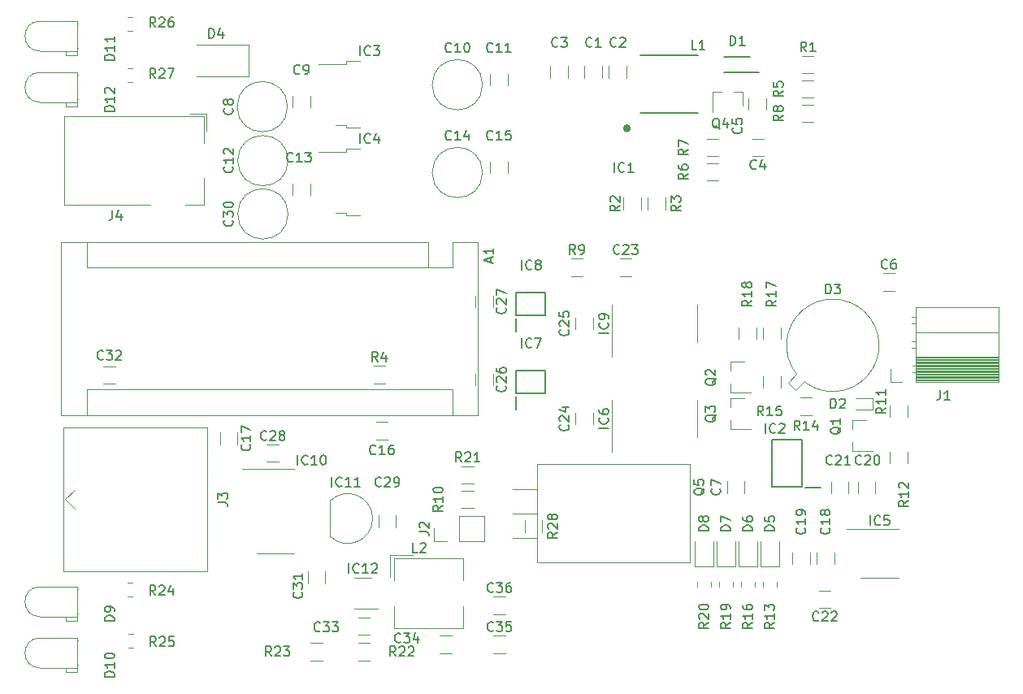
<source format=gbr>
G04 #@! TF.GenerationSoftware,KiCad,Pcbnew,(5.1.5)-3*
G04 #@! TF.CreationDate,2021-02-03T08:35:31+01:00*
G04 #@! TF.ProjectId,OpenSPAD,4f70656e-5350-4414-942e-6b696361645f,rev?*
G04 #@! TF.SameCoordinates,Original*
G04 #@! TF.FileFunction,Legend,Top*
G04 #@! TF.FilePolarity,Positive*
%FSLAX46Y46*%
G04 Gerber Fmt 4.6, Leading zero omitted, Abs format (unit mm)*
G04 Created by KiCad (PCBNEW (5.1.5)-3) date 2021-02-03 08:35:31*
%MOMM*%
%LPD*%
G04 APERTURE LIST*
%ADD10C,0.120000*%
%ADD11C,0.200000*%
%ADD12C,0.400000*%
%ADD13C,0.150000*%
G04 APERTURE END LIST*
D10*
X154634000Y-128394064D02*
X154634000Y-127189936D01*
X152814000Y-128394064D02*
X152814000Y-127189936D01*
X111428422Y-81512000D02*
X111945578Y-81512000D01*
X111428422Y-80092000D02*
X111945578Y-80092000D01*
X111428422Y-76178000D02*
X111945578Y-76178000D01*
X111428422Y-74758000D02*
X111945578Y-74758000D01*
X111476922Y-140440000D02*
X111994078Y-140440000D01*
X111476922Y-139020000D02*
X111994078Y-139020000D01*
X111428422Y-135106000D02*
X111945578Y-135106000D01*
X111428422Y-133686000D02*
X111945578Y-133686000D01*
X106289000Y-83342000D02*
X106289000Y-83342000D01*
X106159000Y-83342000D02*
X106289000Y-83342000D01*
X106159000Y-83342000D02*
X106159000Y-83342000D01*
X106289000Y-83342000D02*
X106159000Y-83342000D01*
X106289000Y-80802000D02*
X106289000Y-80802000D01*
X106159000Y-80802000D02*
X106289000Y-80802000D01*
X106159000Y-80802000D02*
X106159000Y-80802000D01*
X106289000Y-80802000D02*
X106159000Y-80802000D01*
X106159000Y-83632000D02*
X106159000Y-84032000D01*
X105039000Y-83632000D02*
X106159000Y-83632000D01*
X105039000Y-84032000D02*
X105039000Y-83632000D01*
X106159000Y-84032000D02*
X105039000Y-84032000D01*
X106159000Y-80512000D02*
X106159000Y-83632000D01*
X106159000Y-83632000D02*
X102299000Y-83632000D01*
X106159000Y-80512000D02*
X102299000Y-80512000D01*
X102299000Y-83632000D02*
G75*
G02X102299000Y-80512000I0J1560000D01*
G01*
X106289000Y-78008000D02*
X106289000Y-78008000D01*
X106159000Y-78008000D02*
X106289000Y-78008000D01*
X106159000Y-78008000D02*
X106159000Y-78008000D01*
X106289000Y-78008000D02*
X106159000Y-78008000D01*
X106289000Y-75468000D02*
X106289000Y-75468000D01*
X106159000Y-75468000D02*
X106289000Y-75468000D01*
X106159000Y-75468000D02*
X106159000Y-75468000D01*
X106289000Y-75468000D02*
X106159000Y-75468000D01*
X106159000Y-78298000D02*
X106159000Y-78698000D01*
X105039000Y-78298000D02*
X106159000Y-78298000D01*
X105039000Y-78698000D02*
X105039000Y-78298000D01*
X106159000Y-78698000D02*
X105039000Y-78698000D01*
X106159000Y-75178000D02*
X106159000Y-78298000D01*
X106159000Y-78298000D02*
X102299000Y-78298000D01*
X106159000Y-75178000D02*
X102299000Y-75178000D01*
X102299000Y-78298000D02*
G75*
G02X102299000Y-75178000I0J1560000D01*
G01*
X106289000Y-142270000D02*
X106289000Y-142270000D01*
X106159000Y-142270000D02*
X106289000Y-142270000D01*
X106159000Y-142270000D02*
X106159000Y-142270000D01*
X106289000Y-142270000D02*
X106159000Y-142270000D01*
X106289000Y-139730000D02*
X106289000Y-139730000D01*
X106159000Y-139730000D02*
X106289000Y-139730000D01*
X106159000Y-139730000D02*
X106159000Y-139730000D01*
X106289000Y-139730000D02*
X106159000Y-139730000D01*
X106159000Y-142560000D02*
X106159000Y-142960000D01*
X105039000Y-142560000D02*
X106159000Y-142560000D01*
X105039000Y-142960000D02*
X105039000Y-142560000D01*
X106159000Y-142960000D02*
X105039000Y-142960000D01*
X106159000Y-139440000D02*
X106159000Y-142560000D01*
X106159000Y-142560000D02*
X102299000Y-142560000D01*
X106159000Y-139440000D02*
X102299000Y-139440000D01*
X102299000Y-142560000D02*
G75*
G02X102299000Y-139440000I0J1560000D01*
G01*
X106289000Y-136936000D02*
X106289000Y-136936000D01*
X106159000Y-136936000D02*
X106289000Y-136936000D01*
X106159000Y-136936000D02*
X106159000Y-136936000D01*
X106289000Y-136936000D02*
X106159000Y-136936000D01*
X106289000Y-134396000D02*
X106289000Y-134396000D01*
X106159000Y-134396000D02*
X106289000Y-134396000D01*
X106159000Y-134396000D02*
X106159000Y-134396000D01*
X106289000Y-134396000D02*
X106159000Y-134396000D01*
X106159000Y-137226000D02*
X106159000Y-137626000D01*
X105039000Y-137226000D02*
X106159000Y-137226000D01*
X105039000Y-137626000D02*
X105039000Y-137226000D01*
X106159000Y-137626000D02*
X105039000Y-137626000D01*
X106159000Y-134106000D02*
X106159000Y-137226000D01*
X106159000Y-137226000D02*
X102299000Y-137226000D01*
X106159000Y-134106000D02*
X102299000Y-134106000D01*
X102299000Y-137226000D02*
G75*
G02X102299000Y-134106000I0J1560000D01*
G01*
X130208000Y-132523936D02*
X130208000Y-133728064D01*
X132028000Y-132523936D02*
X132028000Y-133728064D01*
X135044000Y-136387000D02*
X137494000Y-136387000D01*
X136844000Y-133167000D02*
X135044000Y-133167000D01*
X130515936Y-141783000D02*
X131720064Y-141783000D01*
X130515936Y-139963000D02*
X131720064Y-139963000D01*
X136673064Y-139963000D02*
X135468936Y-139963000D01*
X136673064Y-141783000D02*
X135468936Y-141783000D01*
X139182000Y-136127000D02*
X139182000Y-138397000D01*
X139182000Y-131157000D02*
X139182000Y-133427000D01*
X139182000Y-138397000D02*
X146422000Y-138397000D01*
X146422000Y-136127000D02*
X146422000Y-138397000D01*
X146422000Y-131157000D02*
X146422000Y-133427000D01*
X139182000Y-131157000D02*
X146422000Y-131157000D01*
X138802000Y-130777000D02*
X141135333Y-130777000D01*
X138802000Y-133110333D02*
X138802000Y-130777000D01*
X149565936Y-136957000D02*
X150770064Y-136957000D01*
X149565936Y-135137000D02*
X150770064Y-135137000D01*
X149565936Y-141021000D02*
X150770064Y-141021000D01*
X149565936Y-139201000D02*
X150770064Y-139201000D01*
X145182064Y-139201000D02*
X143977936Y-139201000D01*
X145182064Y-141021000D02*
X143977936Y-141021000D01*
X136673064Y-137296000D02*
X135468936Y-137296000D01*
X136673064Y-139116000D02*
X135468936Y-139116000D01*
X110130064Y-111134000D02*
X108925936Y-111134000D01*
X110130064Y-112954000D02*
X108925936Y-112954000D01*
X146263936Y-123368000D02*
X147468064Y-123368000D01*
X146263936Y-121548000D02*
X147468064Y-121548000D01*
D11*
X151916000Y-107548000D02*
X151916000Y-106148000D01*
X154916000Y-105798000D02*
X151916000Y-105798000D01*
X154916000Y-103498000D02*
X154916000Y-105798000D01*
X151916000Y-103498000D02*
X154916000Y-103498000D01*
X151916000Y-105798000D02*
X151916000Y-103498000D01*
X151916000Y-115676000D02*
X151916000Y-114276000D01*
X154916000Y-113926000D02*
X151916000Y-113926000D01*
X154916000Y-111626000D02*
X154916000Y-113926000D01*
X151916000Y-111626000D02*
X154916000Y-111626000D01*
X151916000Y-113926000D02*
X151916000Y-111626000D01*
X183613000Y-123818000D02*
X182086000Y-123818000D01*
X181736000Y-118786000D02*
X181736000Y-123690000D01*
X178540000Y-118786000D02*
X181736000Y-118786000D01*
X178540000Y-123690000D02*
X178540000Y-118786000D01*
X181736000Y-123690000D02*
X178540000Y-123690000D01*
D12*
X163658000Y-86352000D02*
G75*
G03X163658000Y-86352000I-200000J0D01*
G01*
D11*
X176302000Y-78941000D02*
X173602000Y-78941000D01*
X177227000Y-80491000D02*
X173602000Y-80491000D01*
D10*
X170794000Y-133629422D02*
X170794000Y-134146578D01*
X172214000Y-133629422D02*
X172214000Y-134146578D01*
X173080000Y-133629422D02*
X173080000Y-134146578D01*
X174500000Y-133629422D02*
X174500000Y-134146578D01*
X175366000Y-133629422D02*
X175366000Y-134146578D01*
X176786000Y-133629422D02*
X176786000Y-134146578D01*
X177652000Y-133629422D02*
X177652000Y-134146578D01*
X179072000Y-133629422D02*
X179072000Y-134146578D01*
X172464000Y-132017000D02*
X172464000Y-129332000D01*
X170544000Y-132017000D02*
X172464000Y-132017000D01*
X170544000Y-129332000D02*
X170544000Y-132017000D01*
X174750000Y-132017000D02*
X174750000Y-129332000D01*
X172830000Y-132017000D02*
X174750000Y-132017000D01*
X172830000Y-129332000D02*
X172830000Y-132017000D01*
X177036000Y-132017000D02*
X177036000Y-129332000D01*
X175116000Y-132017000D02*
X177036000Y-132017000D01*
X175116000Y-129332000D02*
X175116000Y-132017000D01*
X179322000Y-132017000D02*
X179322000Y-129332000D01*
X177402000Y-132017000D02*
X179322000Y-132017000D01*
X177402000Y-129332000D02*
X177402000Y-132017000D01*
X146263936Y-125908000D02*
X147468064Y-125908000D01*
X146263936Y-124088000D02*
X147468064Y-124088000D01*
X154112000Y-129008000D02*
X151572000Y-129008000D01*
X154112000Y-126468000D02*
X151572000Y-126468000D01*
X154112000Y-123928000D02*
X151572000Y-123928000D01*
X170002000Y-131588000D02*
X154112000Y-131588000D01*
X170002000Y-121348000D02*
X154112000Y-121348000D01*
X170002000Y-121348000D02*
X170002000Y-131588000D01*
X154112000Y-121348000D02*
X154112000Y-131588000D01*
X189792000Y-128080000D02*
X186342000Y-128080000D01*
X189792000Y-128080000D02*
X191742000Y-128080000D01*
X189792000Y-133200000D02*
X187842000Y-133200000D01*
X189792000Y-133200000D02*
X191742000Y-133200000D01*
X128150000Y-95264000D02*
G75*
G03X128150000Y-95264000I-2620000J0D01*
G01*
X143377000Y-129376000D02*
X143377000Y-128046000D01*
X144707000Y-129376000D02*
X143377000Y-129376000D01*
X145977000Y-129376000D02*
X145977000Y-126716000D01*
X145977000Y-126716000D02*
X148577000Y-126716000D01*
X145977000Y-129376000D02*
X148577000Y-129376000D01*
X148577000Y-129376000D02*
X148577000Y-126716000D01*
X132527522Y-128838478D02*
G75*
G03X136966000Y-127000000I1838478J1838478D01*
G01*
X132527522Y-125161522D02*
G75*
G02X136966000Y-127000000I1838478J-1838478D01*
G01*
X132516000Y-125200000D02*
X132516000Y-128800000D01*
X137574000Y-126681936D02*
X137574000Y-127886064D01*
X139394000Y-126681936D02*
X139394000Y-127886064D01*
X127148064Y-119262000D02*
X125943936Y-119262000D01*
X127148064Y-121082000D02*
X125943936Y-121082000D01*
X126811000Y-121803000D02*
X123361000Y-121803000D01*
X126811000Y-121803000D02*
X128761000Y-121803000D01*
X126811000Y-130673000D02*
X124861000Y-130673000D01*
X126811000Y-130673000D02*
X128761000Y-130673000D01*
X157639936Y-101748000D02*
X158844064Y-101748000D01*
X157639936Y-99928000D02*
X158844064Y-99928000D01*
X161935000Y-106680000D02*
X161935000Y-110130000D01*
X161935000Y-106680000D02*
X161935000Y-104730000D01*
X170805000Y-106680000D02*
X170805000Y-108630000D01*
X170805000Y-106680000D02*
X170805000Y-104730000D01*
X161935000Y-116586000D02*
X161935000Y-120036000D01*
X161935000Y-116586000D02*
X161935000Y-114636000D01*
X170805000Y-116586000D02*
X170805000Y-118536000D01*
X170805000Y-116586000D02*
X170805000Y-114636000D01*
X147680000Y-103791936D02*
X147680000Y-104996064D01*
X149500000Y-103791936D02*
X149500000Y-104996064D01*
X147680000Y-111919936D02*
X147680000Y-113124064D01*
X149500000Y-111919936D02*
X149500000Y-113124064D01*
X158094000Y-106077936D02*
X158094000Y-107282064D01*
X159914000Y-106077936D02*
X159914000Y-107282064D01*
X158094000Y-115983936D02*
X158094000Y-117188064D01*
X159914000Y-115983936D02*
X159914000Y-117188064D01*
X162719936Y-101748000D02*
X163924064Y-101748000D01*
X162719936Y-99928000D02*
X163924064Y-99928000D01*
X137065936Y-112924000D02*
X138270064Y-112924000D01*
X137065936Y-111104000D02*
X138270064Y-111104000D01*
X184682064Y-134502000D02*
X183477936Y-134502000D01*
X184682064Y-136322000D02*
X183477936Y-136322000D01*
X184736000Y-123179936D02*
X184736000Y-124384064D01*
X186556000Y-123179936D02*
X186556000Y-124384064D01*
X187530000Y-123179936D02*
X187530000Y-124384064D01*
X189350000Y-123179936D02*
X189350000Y-124384064D01*
X180724000Y-130545936D02*
X180724000Y-131750064D01*
X182544000Y-130545936D02*
X182544000Y-131750064D01*
X183264000Y-130545936D02*
X183264000Y-131750064D01*
X185084000Y-130545936D02*
X185084000Y-131750064D01*
X121064000Y-118045936D02*
X121064000Y-119250064D01*
X122884000Y-118045936D02*
X122884000Y-119250064D01*
X137319936Y-118766000D02*
X138524064Y-118766000D01*
X137319936Y-116946000D02*
X138524064Y-116946000D01*
X124050000Y-80898000D02*
X118650000Y-80898000D01*
X124050000Y-77598000D02*
X118650000Y-77598000D01*
X124050000Y-80898000D02*
X124050000Y-77598000D01*
X119658000Y-84852000D02*
X119658000Y-86592000D01*
X117918000Y-84852000D02*
X119658000Y-84852000D01*
X119418000Y-94292000D02*
X117418000Y-94292000D01*
X119418000Y-91492000D02*
X119418000Y-94292000D01*
X119418000Y-85092000D02*
X119418000Y-87892000D01*
X104818000Y-85092000D02*
X119418000Y-85092000D01*
X104818000Y-94292000D02*
X104818000Y-85092000D01*
X113818000Y-94292000D02*
X104818000Y-94292000D01*
X104902000Y-124998000D02*
X105902000Y-123998000D01*
X104902000Y-124998000D02*
X105902000Y-125998000D01*
X119702000Y-132498000D02*
X104702000Y-132498000D01*
X119702000Y-117498000D02*
X119702000Y-132498000D01*
X104702000Y-117498000D02*
X119702000Y-117498000D01*
X104702000Y-132498000D02*
X104702000Y-117498000D01*
X147958000Y-116208000D02*
X147958000Y-98168000D01*
X104518000Y-116208000D02*
X147958000Y-116208000D01*
X104518000Y-98168000D02*
X104518000Y-116208000D01*
X107188000Y-100838000D02*
X107188000Y-98168000D01*
X142748000Y-100838000D02*
X107188000Y-100838000D01*
X142748000Y-100838000D02*
X142748000Y-98168000D01*
X107188000Y-113538000D02*
X107188000Y-116208000D01*
X145288000Y-113538000D02*
X107188000Y-113538000D01*
X145288000Y-113538000D02*
X145288000Y-116208000D01*
X147958000Y-98168000D02*
X145288000Y-98168000D01*
X142748000Y-98168000D02*
X104518000Y-98168000D01*
X145288000Y-100838000D02*
X145288000Y-98168000D01*
X142748000Y-100838000D02*
X145288000Y-100838000D01*
X134182000Y-95128000D02*
X133082000Y-95128000D01*
X134182000Y-95398000D02*
X134182000Y-95128000D01*
X135682000Y-95398000D02*
X134182000Y-95398000D01*
X134182000Y-88768000D02*
X131352000Y-88768000D01*
X134182000Y-88498000D02*
X134182000Y-88768000D01*
X135682000Y-88498000D02*
X134182000Y-88498000D01*
X134182000Y-85984000D02*
X133082000Y-85984000D01*
X134182000Y-86254000D02*
X134182000Y-85984000D01*
X135682000Y-86254000D02*
X134182000Y-86254000D01*
X134182000Y-79624000D02*
X131352000Y-79624000D01*
X134182000Y-79354000D02*
X134182000Y-79624000D01*
X135682000Y-79354000D02*
X134182000Y-79354000D01*
X151024000Y-91026064D02*
X151024000Y-89821936D01*
X149204000Y-91026064D02*
X149204000Y-89821936D01*
X148416000Y-90948000D02*
G75*
G03X148416000Y-90948000I-2620000J0D01*
G01*
X130450000Y-93312064D02*
X130450000Y-92107936D01*
X128630000Y-93312064D02*
X128630000Y-92107936D01*
X128150000Y-89708000D02*
G75*
G03X128150000Y-89708000I-2620000J0D01*
G01*
X151024000Y-81882064D02*
X151024000Y-80677936D01*
X149204000Y-81882064D02*
X149204000Y-80677936D01*
X148416000Y-81804000D02*
G75*
G03X148416000Y-81804000I-2620000J0D01*
G01*
X130450000Y-84168064D02*
X130450000Y-82963936D01*
X128630000Y-84168064D02*
X128630000Y-82963936D01*
X128096000Y-84090000D02*
G75*
G03X128096000Y-84090000I-2620000J0D01*
G01*
X173894000Y-123125936D02*
X173894000Y-124330064D01*
X175714000Y-123125936D02*
X175714000Y-124330064D01*
X192078000Y-112739000D02*
X190968000Y-112739000D01*
X190968000Y-112739000D02*
X190968000Y-111409000D01*
X202168000Y-112739000D02*
X202168000Y-104999000D01*
X202168000Y-104999000D02*
X193538000Y-104999000D01*
X193538000Y-112739000D02*
X193538000Y-104999000D01*
X202168000Y-112739000D02*
X193538000Y-112739000D01*
X202168000Y-107599000D02*
X193538000Y-107599000D01*
X202168000Y-110139000D02*
X193538000Y-110139000D01*
X193538000Y-105969000D02*
X193128000Y-105969000D01*
X193538000Y-106689000D02*
X193128000Y-106689000D01*
X193538000Y-108509000D02*
X193128000Y-108509000D01*
X193538000Y-109229000D02*
X193128000Y-109229000D01*
X193538000Y-111049000D02*
X193188000Y-111049000D01*
X193538000Y-111769000D02*
X193188000Y-111769000D01*
X202168000Y-110257100D02*
X193538000Y-110257100D01*
X202168000Y-110375195D02*
X193538000Y-110375195D01*
X202168000Y-110493290D02*
X193538000Y-110493290D01*
X202168000Y-110611385D02*
X193538000Y-110611385D01*
X202168000Y-110729480D02*
X193538000Y-110729480D01*
X202168000Y-110847575D02*
X193538000Y-110847575D01*
X202168000Y-110965670D02*
X193538000Y-110965670D01*
X202168000Y-111083765D02*
X193538000Y-111083765D01*
X202168000Y-111201860D02*
X193538000Y-111201860D01*
X202168000Y-111319955D02*
X193538000Y-111319955D01*
X202168000Y-111438050D02*
X193538000Y-111438050D01*
X202168000Y-111556145D02*
X193538000Y-111556145D01*
X202168000Y-111674240D02*
X193538000Y-111674240D01*
X202168000Y-111792335D02*
X193538000Y-111792335D01*
X202168000Y-111910430D02*
X193538000Y-111910430D01*
X202168000Y-112028525D02*
X193538000Y-112028525D01*
X202168000Y-112146620D02*
X193538000Y-112146620D01*
X202168000Y-112264715D02*
X193538000Y-112264715D01*
X202168000Y-112382810D02*
X193538000Y-112382810D01*
X202168000Y-112500905D02*
X193538000Y-112500905D01*
X202168000Y-112619000D02*
X193538000Y-112619000D01*
X176932000Y-108298064D02*
X176932000Y-107093936D01*
X175112000Y-108298064D02*
X175112000Y-107093936D01*
X179472000Y-108298064D02*
X179472000Y-107093936D01*
X177652000Y-108298064D02*
X177652000Y-107093936D01*
X177652000Y-112173936D02*
X177652000Y-113378064D01*
X179472000Y-112173936D02*
X179472000Y-113378064D01*
X181515936Y-116226000D02*
X182720064Y-116226000D01*
X181515936Y-114406000D02*
X182720064Y-114406000D01*
X190860000Y-120047936D02*
X190860000Y-121252064D01*
X192680000Y-120047936D02*
X192680000Y-121252064D01*
X190860000Y-115221936D02*
X190860000Y-116426064D01*
X192680000Y-115221936D02*
X192680000Y-116426064D01*
X181715936Y-85706000D02*
X182920064Y-85706000D01*
X181715936Y-83886000D02*
X182920064Y-83886000D01*
X171809936Y-89262000D02*
X173014064Y-89262000D01*
X171809936Y-87442000D02*
X173014064Y-87442000D01*
X173014064Y-89982000D02*
X171809936Y-89982000D01*
X173014064Y-91802000D02*
X171809936Y-91802000D01*
X182920064Y-81346000D02*
X181715936Y-81346000D01*
X182920064Y-83166000D02*
X181715936Y-83166000D01*
X167480000Y-94796064D02*
X167480000Y-93591936D01*
X165660000Y-94796064D02*
X165660000Y-93591936D01*
X163120000Y-93591936D02*
X163120000Y-94796064D01*
X164940000Y-93591936D02*
X164940000Y-94796064D01*
X181715936Y-80626000D02*
X182920064Y-80626000D01*
X181715936Y-78806000D02*
X182920064Y-78806000D01*
X175516000Y-82512000D02*
X175516000Y-83972000D01*
X172356000Y-82512000D02*
X172356000Y-84672000D01*
X172356000Y-82512000D02*
X173286000Y-82512000D01*
X175516000Y-82512000D02*
X174586000Y-82512000D01*
X174246000Y-114498000D02*
X175706000Y-114498000D01*
X174246000Y-117658000D02*
X176406000Y-117658000D01*
X174246000Y-117658000D02*
X174246000Y-116728000D01*
X174246000Y-114498000D02*
X174246000Y-115428000D01*
X174246000Y-110688000D02*
X175706000Y-110688000D01*
X174246000Y-113848000D02*
X176406000Y-113848000D01*
X174246000Y-113848000D02*
X174246000Y-112918000D01*
X174246000Y-110688000D02*
X174246000Y-111618000D01*
X186946000Y-116784000D02*
X188406000Y-116784000D01*
X186946000Y-119944000D02*
X189106000Y-119944000D01*
X186946000Y-119944000D02*
X186946000Y-119014000D01*
X186946000Y-116784000D02*
X186946000Y-117714000D01*
D11*
X164840000Y-84748000D02*
X170840000Y-84748000D01*
X170840000Y-78748000D02*
X164840000Y-78748000D01*
D10*
X181916629Y-112727674D02*
G75*
G03X181139098Y-111950084I2997371J3774674D01*
G01*
X181025961Y-113618856D02*
X181916916Y-112727902D01*
X180248144Y-112841039D02*
X181025961Y-113618856D01*
X181139098Y-111950084D02*
X180248144Y-112841039D01*
X187260000Y-114462000D02*
X189110000Y-114462000D01*
X187260000Y-115662000D02*
X189110000Y-115662000D01*
X189110000Y-115662000D02*
X189110000Y-114462000D01*
X190151936Y-103272000D02*
X191356064Y-103272000D01*
X190151936Y-101452000D02*
X191356064Y-101452000D01*
X177948000Y-84422064D02*
X177948000Y-83217936D01*
X176128000Y-84422064D02*
X176128000Y-83217936D01*
X177710064Y-87442000D02*
X176505936Y-87442000D01*
X177710064Y-89262000D02*
X176505936Y-89262000D01*
X157320000Y-81080064D02*
X157320000Y-79875936D01*
X155500000Y-81080064D02*
X155500000Y-79875936D01*
X163416000Y-81080064D02*
X163416000Y-79875936D01*
X161596000Y-81080064D02*
X161596000Y-79875936D01*
X160876000Y-81080064D02*
X160876000Y-79875936D01*
X159056000Y-81080064D02*
X159056000Y-79875936D01*
D13*
X156208380Y-128434857D02*
X155732190Y-128768190D01*
X156208380Y-129006285D02*
X155208380Y-129006285D01*
X155208380Y-128625333D01*
X155256000Y-128530095D01*
X155303619Y-128482476D01*
X155398857Y-128434857D01*
X155541714Y-128434857D01*
X155636952Y-128482476D01*
X155684571Y-128530095D01*
X155732190Y-128625333D01*
X155732190Y-129006285D01*
X155303619Y-128053904D02*
X155256000Y-128006285D01*
X155208380Y-127911047D01*
X155208380Y-127672952D01*
X155256000Y-127577714D01*
X155303619Y-127530095D01*
X155398857Y-127482476D01*
X155494095Y-127482476D01*
X155636952Y-127530095D01*
X156208380Y-128101523D01*
X156208380Y-127482476D01*
X155636952Y-126911047D02*
X155589333Y-127006285D01*
X155541714Y-127053904D01*
X155446476Y-127101523D01*
X155398857Y-127101523D01*
X155303619Y-127053904D01*
X155256000Y-127006285D01*
X155208380Y-126911047D01*
X155208380Y-126720571D01*
X155256000Y-126625333D01*
X155303619Y-126577714D01*
X155398857Y-126530095D01*
X155446476Y-126530095D01*
X155541714Y-126577714D01*
X155589333Y-126625333D01*
X155636952Y-126720571D01*
X155636952Y-126911047D01*
X155684571Y-127006285D01*
X155732190Y-127053904D01*
X155827428Y-127101523D01*
X156017904Y-127101523D01*
X156113142Y-127053904D01*
X156160761Y-127006285D01*
X156208380Y-126911047D01*
X156208380Y-126720571D01*
X156160761Y-126625333D01*
X156113142Y-126577714D01*
X156017904Y-126530095D01*
X155827428Y-126530095D01*
X155732190Y-126577714D01*
X155684571Y-126625333D01*
X155636952Y-126720571D01*
X114346142Y-81128380D02*
X114012809Y-80652190D01*
X113774714Y-81128380D02*
X113774714Y-80128380D01*
X114155666Y-80128380D01*
X114250904Y-80176000D01*
X114298523Y-80223619D01*
X114346142Y-80318857D01*
X114346142Y-80461714D01*
X114298523Y-80556952D01*
X114250904Y-80604571D01*
X114155666Y-80652190D01*
X113774714Y-80652190D01*
X114727095Y-80223619D02*
X114774714Y-80176000D01*
X114869952Y-80128380D01*
X115108047Y-80128380D01*
X115203285Y-80176000D01*
X115250904Y-80223619D01*
X115298523Y-80318857D01*
X115298523Y-80414095D01*
X115250904Y-80556952D01*
X114679476Y-81128380D01*
X115298523Y-81128380D01*
X115631857Y-80128380D02*
X116298523Y-80128380D01*
X115869952Y-81128380D01*
X114346142Y-75794380D02*
X114012809Y-75318190D01*
X113774714Y-75794380D02*
X113774714Y-74794380D01*
X114155666Y-74794380D01*
X114250904Y-74842000D01*
X114298523Y-74889619D01*
X114346142Y-74984857D01*
X114346142Y-75127714D01*
X114298523Y-75222952D01*
X114250904Y-75270571D01*
X114155666Y-75318190D01*
X113774714Y-75318190D01*
X114727095Y-74889619D02*
X114774714Y-74842000D01*
X114869952Y-74794380D01*
X115108047Y-74794380D01*
X115203285Y-74842000D01*
X115250904Y-74889619D01*
X115298523Y-74984857D01*
X115298523Y-75080095D01*
X115250904Y-75222952D01*
X114679476Y-75794380D01*
X115298523Y-75794380D01*
X116155666Y-74794380D02*
X115965190Y-74794380D01*
X115869952Y-74842000D01*
X115822333Y-74889619D01*
X115727095Y-75032476D01*
X115679476Y-75222952D01*
X115679476Y-75603904D01*
X115727095Y-75699142D01*
X115774714Y-75746761D01*
X115869952Y-75794380D01*
X116060428Y-75794380D01*
X116155666Y-75746761D01*
X116203285Y-75699142D01*
X116250904Y-75603904D01*
X116250904Y-75365809D01*
X116203285Y-75270571D01*
X116155666Y-75222952D01*
X116060428Y-75175333D01*
X115869952Y-75175333D01*
X115774714Y-75222952D01*
X115727095Y-75270571D01*
X115679476Y-75365809D01*
X114394642Y-140310380D02*
X114061309Y-139834190D01*
X113823214Y-140310380D02*
X113823214Y-139310380D01*
X114204166Y-139310380D01*
X114299404Y-139358000D01*
X114347023Y-139405619D01*
X114394642Y-139500857D01*
X114394642Y-139643714D01*
X114347023Y-139738952D01*
X114299404Y-139786571D01*
X114204166Y-139834190D01*
X113823214Y-139834190D01*
X114775595Y-139405619D02*
X114823214Y-139358000D01*
X114918452Y-139310380D01*
X115156547Y-139310380D01*
X115251785Y-139358000D01*
X115299404Y-139405619D01*
X115347023Y-139500857D01*
X115347023Y-139596095D01*
X115299404Y-139738952D01*
X114727976Y-140310380D01*
X115347023Y-140310380D01*
X116251785Y-139310380D02*
X115775595Y-139310380D01*
X115727976Y-139786571D01*
X115775595Y-139738952D01*
X115870833Y-139691333D01*
X116108928Y-139691333D01*
X116204166Y-139738952D01*
X116251785Y-139786571D01*
X116299404Y-139881809D01*
X116299404Y-140119904D01*
X116251785Y-140215142D01*
X116204166Y-140262761D01*
X116108928Y-140310380D01*
X115870833Y-140310380D01*
X115775595Y-140262761D01*
X115727976Y-140215142D01*
X114346142Y-134976380D02*
X114012809Y-134500190D01*
X113774714Y-134976380D02*
X113774714Y-133976380D01*
X114155666Y-133976380D01*
X114250904Y-134024000D01*
X114298523Y-134071619D01*
X114346142Y-134166857D01*
X114346142Y-134309714D01*
X114298523Y-134404952D01*
X114250904Y-134452571D01*
X114155666Y-134500190D01*
X113774714Y-134500190D01*
X114727095Y-134071619D02*
X114774714Y-134024000D01*
X114869952Y-133976380D01*
X115108047Y-133976380D01*
X115203285Y-134024000D01*
X115250904Y-134071619D01*
X115298523Y-134166857D01*
X115298523Y-134262095D01*
X115250904Y-134404952D01*
X114679476Y-134976380D01*
X115298523Y-134976380D01*
X116155666Y-134309714D02*
X116155666Y-134976380D01*
X115917571Y-133928761D02*
X115679476Y-134643047D01*
X116298523Y-134643047D01*
X110035380Y-84556285D02*
X109035380Y-84556285D01*
X109035380Y-84318190D01*
X109083000Y-84175333D01*
X109178238Y-84080095D01*
X109273476Y-84032476D01*
X109463952Y-83984857D01*
X109606809Y-83984857D01*
X109797285Y-84032476D01*
X109892523Y-84080095D01*
X109987761Y-84175333D01*
X110035380Y-84318190D01*
X110035380Y-84556285D01*
X110035380Y-83032476D02*
X110035380Y-83603904D01*
X110035380Y-83318190D02*
X109035380Y-83318190D01*
X109178238Y-83413428D01*
X109273476Y-83508666D01*
X109321095Y-83603904D01*
X109130619Y-82651523D02*
X109083000Y-82603904D01*
X109035380Y-82508666D01*
X109035380Y-82270571D01*
X109083000Y-82175333D01*
X109130619Y-82127714D01*
X109225857Y-82080095D01*
X109321095Y-82080095D01*
X109463952Y-82127714D01*
X110035380Y-82699142D01*
X110035380Y-82080095D01*
X110035380Y-79222285D02*
X109035380Y-79222285D01*
X109035380Y-78984190D01*
X109083000Y-78841333D01*
X109178238Y-78746095D01*
X109273476Y-78698476D01*
X109463952Y-78650857D01*
X109606809Y-78650857D01*
X109797285Y-78698476D01*
X109892523Y-78746095D01*
X109987761Y-78841333D01*
X110035380Y-78984190D01*
X110035380Y-79222285D01*
X110035380Y-77698476D02*
X110035380Y-78269904D01*
X110035380Y-77984190D02*
X109035380Y-77984190D01*
X109178238Y-78079428D01*
X109273476Y-78174666D01*
X109321095Y-78269904D01*
X110035380Y-76746095D02*
X110035380Y-77317523D01*
X110035380Y-77031809D02*
X109035380Y-77031809D01*
X109178238Y-77127047D01*
X109273476Y-77222285D01*
X109321095Y-77317523D01*
X110035380Y-143484285D02*
X109035380Y-143484285D01*
X109035380Y-143246190D01*
X109083000Y-143103333D01*
X109178238Y-143008095D01*
X109273476Y-142960476D01*
X109463952Y-142912857D01*
X109606809Y-142912857D01*
X109797285Y-142960476D01*
X109892523Y-143008095D01*
X109987761Y-143103333D01*
X110035380Y-143246190D01*
X110035380Y-143484285D01*
X110035380Y-141960476D02*
X110035380Y-142531904D01*
X110035380Y-142246190D02*
X109035380Y-142246190D01*
X109178238Y-142341428D01*
X109273476Y-142436666D01*
X109321095Y-142531904D01*
X109035380Y-141341428D02*
X109035380Y-141246190D01*
X109083000Y-141150952D01*
X109130619Y-141103333D01*
X109225857Y-141055714D01*
X109416333Y-141008095D01*
X109654428Y-141008095D01*
X109844904Y-141055714D01*
X109940142Y-141103333D01*
X109987761Y-141150952D01*
X110035380Y-141246190D01*
X110035380Y-141341428D01*
X109987761Y-141436666D01*
X109940142Y-141484285D01*
X109844904Y-141531904D01*
X109654428Y-141579523D01*
X109416333Y-141579523D01*
X109225857Y-141531904D01*
X109130619Y-141484285D01*
X109083000Y-141436666D01*
X109035380Y-141341428D01*
X110035380Y-137674095D02*
X109035380Y-137674095D01*
X109035380Y-137436000D01*
X109083000Y-137293142D01*
X109178238Y-137197904D01*
X109273476Y-137150285D01*
X109463952Y-137102666D01*
X109606809Y-137102666D01*
X109797285Y-137150285D01*
X109892523Y-137197904D01*
X109987761Y-137293142D01*
X110035380Y-137436000D01*
X110035380Y-137674095D01*
X110035380Y-136626476D02*
X110035380Y-136436000D01*
X109987761Y-136340761D01*
X109940142Y-136293142D01*
X109797285Y-136197904D01*
X109606809Y-136150285D01*
X109225857Y-136150285D01*
X109130619Y-136197904D01*
X109083000Y-136245523D01*
X109035380Y-136340761D01*
X109035380Y-136531238D01*
X109083000Y-136626476D01*
X109130619Y-136674095D01*
X109225857Y-136721714D01*
X109463952Y-136721714D01*
X109559190Y-136674095D01*
X109606809Y-136626476D01*
X109654428Y-136531238D01*
X109654428Y-136340761D01*
X109606809Y-136245523D01*
X109559190Y-136197904D01*
X109463952Y-136150285D01*
X129570142Y-134657857D02*
X129617761Y-134705476D01*
X129665380Y-134848333D01*
X129665380Y-134943571D01*
X129617761Y-135086428D01*
X129522523Y-135181666D01*
X129427285Y-135229285D01*
X129236809Y-135276904D01*
X129093952Y-135276904D01*
X128903476Y-135229285D01*
X128808238Y-135181666D01*
X128713000Y-135086428D01*
X128665380Y-134943571D01*
X128665380Y-134848333D01*
X128713000Y-134705476D01*
X128760619Y-134657857D01*
X128665380Y-134324523D02*
X128665380Y-133705476D01*
X129046333Y-134038809D01*
X129046333Y-133895952D01*
X129093952Y-133800714D01*
X129141571Y-133753095D01*
X129236809Y-133705476D01*
X129474904Y-133705476D01*
X129570142Y-133753095D01*
X129617761Y-133800714D01*
X129665380Y-133895952D01*
X129665380Y-134181666D01*
X129617761Y-134276904D01*
X129570142Y-134324523D01*
X129665380Y-132753095D02*
X129665380Y-133324523D01*
X129665380Y-133038809D02*
X128665380Y-133038809D01*
X128808238Y-133134047D01*
X128903476Y-133229285D01*
X128951095Y-133324523D01*
X134491619Y-132689380D02*
X134491619Y-131689380D01*
X135539238Y-132594142D02*
X135491619Y-132641761D01*
X135348761Y-132689380D01*
X135253523Y-132689380D01*
X135110666Y-132641761D01*
X135015428Y-132546523D01*
X134967809Y-132451285D01*
X134920190Y-132260809D01*
X134920190Y-132117952D01*
X134967809Y-131927476D01*
X135015428Y-131832238D01*
X135110666Y-131737000D01*
X135253523Y-131689380D01*
X135348761Y-131689380D01*
X135491619Y-131737000D01*
X135539238Y-131784619D01*
X136491619Y-132689380D02*
X135920190Y-132689380D01*
X136205904Y-132689380D02*
X136205904Y-131689380D01*
X136110666Y-131832238D01*
X136015428Y-131927476D01*
X135920190Y-131975095D01*
X136872571Y-131784619D02*
X136920190Y-131737000D01*
X137015428Y-131689380D01*
X137253523Y-131689380D01*
X137348761Y-131737000D01*
X137396380Y-131784619D01*
X137444000Y-131879857D01*
X137444000Y-131975095D01*
X137396380Y-132117952D01*
X136824952Y-132689380D01*
X137444000Y-132689380D01*
X126411142Y-141325380D02*
X126077809Y-140849190D01*
X125839714Y-141325380D02*
X125839714Y-140325380D01*
X126220666Y-140325380D01*
X126315904Y-140373000D01*
X126363523Y-140420619D01*
X126411142Y-140515857D01*
X126411142Y-140658714D01*
X126363523Y-140753952D01*
X126315904Y-140801571D01*
X126220666Y-140849190D01*
X125839714Y-140849190D01*
X126792095Y-140420619D02*
X126839714Y-140373000D01*
X126934952Y-140325380D01*
X127173047Y-140325380D01*
X127268285Y-140373000D01*
X127315904Y-140420619D01*
X127363523Y-140515857D01*
X127363523Y-140611095D01*
X127315904Y-140753952D01*
X126744476Y-141325380D01*
X127363523Y-141325380D01*
X127696857Y-140325380D02*
X128315904Y-140325380D01*
X127982571Y-140706333D01*
X128125428Y-140706333D01*
X128220666Y-140753952D01*
X128268285Y-140801571D01*
X128315904Y-140896809D01*
X128315904Y-141134904D01*
X128268285Y-141230142D01*
X128220666Y-141277761D01*
X128125428Y-141325380D01*
X127839714Y-141325380D01*
X127744476Y-141277761D01*
X127696857Y-141230142D01*
X139365142Y-141325380D02*
X139031809Y-140849190D01*
X138793714Y-141325380D02*
X138793714Y-140325380D01*
X139174666Y-140325380D01*
X139269904Y-140373000D01*
X139317523Y-140420619D01*
X139365142Y-140515857D01*
X139365142Y-140658714D01*
X139317523Y-140753952D01*
X139269904Y-140801571D01*
X139174666Y-140849190D01*
X138793714Y-140849190D01*
X139746095Y-140420619D02*
X139793714Y-140373000D01*
X139888952Y-140325380D01*
X140127047Y-140325380D01*
X140222285Y-140373000D01*
X140269904Y-140420619D01*
X140317523Y-140515857D01*
X140317523Y-140611095D01*
X140269904Y-140753952D01*
X139698476Y-141325380D01*
X140317523Y-141325380D01*
X140698476Y-140420619D02*
X140746095Y-140373000D01*
X140841333Y-140325380D01*
X141079428Y-140325380D01*
X141174666Y-140373000D01*
X141222285Y-140420619D01*
X141269904Y-140515857D01*
X141269904Y-140611095D01*
X141222285Y-140753952D01*
X140650857Y-141325380D01*
X141269904Y-141325380D01*
X141635333Y-130529380D02*
X141159142Y-130529380D01*
X141159142Y-129529380D01*
X141921047Y-129624619D02*
X141968666Y-129577000D01*
X142063904Y-129529380D01*
X142302000Y-129529380D01*
X142397238Y-129577000D01*
X142444857Y-129624619D01*
X142492476Y-129719857D01*
X142492476Y-129815095D01*
X142444857Y-129957952D01*
X141873428Y-130529380D01*
X142492476Y-130529380D01*
X149525142Y-134584142D02*
X149477523Y-134631761D01*
X149334666Y-134679380D01*
X149239428Y-134679380D01*
X149096571Y-134631761D01*
X149001333Y-134536523D01*
X148953714Y-134441285D01*
X148906095Y-134250809D01*
X148906095Y-134107952D01*
X148953714Y-133917476D01*
X149001333Y-133822238D01*
X149096571Y-133727000D01*
X149239428Y-133679380D01*
X149334666Y-133679380D01*
X149477523Y-133727000D01*
X149525142Y-133774619D01*
X149858476Y-133679380D02*
X150477523Y-133679380D01*
X150144190Y-134060333D01*
X150287047Y-134060333D01*
X150382285Y-134107952D01*
X150429904Y-134155571D01*
X150477523Y-134250809D01*
X150477523Y-134488904D01*
X150429904Y-134584142D01*
X150382285Y-134631761D01*
X150287047Y-134679380D01*
X150001333Y-134679380D01*
X149906095Y-134631761D01*
X149858476Y-134584142D01*
X151334666Y-133679380D02*
X151144190Y-133679380D01*
X151048952Y-133727000D01*
X151001333Y-133774619D01*
X150906095Y-133917476D01*
X150858476Y-134107952D01*
X150858476Y-134488904D01*
X150906095Y-134584142D01*
X150953714Y-134631761D01*
X151048952Y-134679380D01*
X151239428Y-134679380D01*
X151334666Y-134631761D01*
X151382285Y-134584142D01*
X151429904Y-134488904D01*
X151429904Y-134250809D01*
X151382285Y-134155571D01*
X151334666Y-134107952D01*
X151239428Y-134060333D01*
X151048952Y-134060333D01*
X150953714Y-134107952D01*
X150906095Y-134155571D01*
X150858476Y-134250809D01*
X149525142Y-138648142D02*
X149477523Y-138695761D01*
X149334666Y-138743380D01*
X149239428Y-138743380D01*
X149096571Y-138695761D01*
X149001333Y-138600523D01*
X148953714Y-138505285D01*
X148906095Y-138314809D01*
X148906095Y-138171952D01*
X148953714Y-137981476D01*
X149001333Y-137886238D01*
X149096571Y-137791000D01*
X149239428Y-137743380D01*
X149334666Y-137743380D01*
X149477523Y-137791000D01*
X149525142Y-137838619D01*
X149858476Y-137743380D02*
X150477523Y-137743380D01*
X150144190Y-138124333D01*
X150287047Y-138124333D01*
X150382285Y-138171952D01*
X150429904Y-138219571D01*
X150477523Y-138314809D01*
X150477523Y-138552904D01*
X150429904Y-138648142D01*
X150382285Y-138695761D01*
X150287047Y-138743380D01*
X150001333Y-138743380D01*
X149906095Y-138695761D01*
X149858476Y-138648142D01*
X151382285Y-137743380D02*
X150906095Y-137743380D01*
X150858476Y-138219571D01*
X150906095Y-138171952D01*
X151001333Y-138124333D01*
X151239428Y-138124333D01*
X151334666Y-138171952D01*
X151382285Y-138219571D01*
X151429904Y-138314809D01*
X151429904Y-138552904D01*
X151382285Y-138648142D01*
X151334666Y-138695761D01*
X151239428Y-138743380D01*
X151001333Y-138743380D01*
X150906095Y-138695761D01*
X150858476Y-138648142D01*
X139873142Y-139833142D02*
X139825523Y-139880761D01*
X139682666Y-139928380D01*
X139587428Y-139928380D01*
X139444571Y-139880761D01*
X139349333Y-139785523D01*
X139301714Y-139690285D01*
X139254095Y-139499809D01*
X139254095Y-139356952D01*
X139301714Y-139166476D01*
X139349333Y-139071238D01*
X139444571Y-138976000D01*
X139587428Y-138928380D01*
X139682666Y-138928380D01*
X139825523Y-138976000D01*
X139873142Y-139023619D01*
X140206476Y-138928380D02*
X140825523Y-138928380D01*
X140492190Y-139309333D01*
X140635047Y-139309333D01*
X140730285Y-139356952D01*
X140777904Y-139404571D01*
X140825523Y-139499809D01*
X140825523Y-139737904D01*
X140777904Y-139833142D01*
X140730285Y-139880761D01*
X140635047Y-139928380D01*
X140349333Y-139928380D01*
X140254095Y-139880761D01*
X140206476Y-139833142D01*
X141682666Y-139261714D02*
X141682666Y-139928380D01*
X141444571Y-138880761D02*
X141206476Y-139595047D01*
X141825523Y-139595047D01*
X131491142Y-138690142D02*
X131443523Y-138737761D01*
X131300666Y-138785380D01*
X131205428Y-138785380D01*
X131062571Y-138737761D01*
X130967333Y-138642523D01*
X130919714Y-138547285D01*
X130872095Y-138356809D01*
X130872095Y-138213952D01*
X130919714Y-138023476D01*
X130967333Y-137928238D01*
X131062571Y-137833000D01*
X131205428Y-137785380D01*
X131300666Y-137785380D01*
X131443523Y-137833000D01*
X131491142Y-137880619D01*
X131824476Y-137785380D02*
X132443523Y-137785380D01*
X132110190Y-138166333D01*
X132253047Y-138166333D01*
X132348285Y-138213952D01*
X132395904Y-138261571D01*
X132443523Y-138356809D01*
X132443523Y-138594904D01*
X132395904Y-138690142D01*
X132348285Y-138737761D01*
X132253047Y-138785380D01*
X131967333Y-138785380D01*
X131872095Y-138737761D01*
X131824476Y-138690142D01*
X132776857Y-137785380D02*
X133395904Y-137785380D01*
X133062571Y-138166333D01*
X133205428Y-138166333D01*
X133300666Y-138213952D01*
X133348285Y-138261571D01*
X133395904Y-138356809D01*
X133395904Y-138594904D01*
X133348285Y-138690142D01*
X133300666Y-138737761D01*
X133205428Y-138785380D01*
X132919714Y-138785380D01*
X132824476Y-138737761D01*
X132776857Y-138690142D01*
X108885142Y-110369142D02*
X108837523Y-110416761D01*
X108694666Y-110464380D01*
X108599428Y-110464380D01*
X108456571Y-110416761D01*
X108361333Y-110321523D01*
X108313714Y-110226285D01*
X108266095Y-110035809D01*
X108266095Y-109892952D01*
X108313714Y-109702476D01*
X108361333Y-109607238D01*
X108456571Y-109512000D01*
X108599428Y-109464380D01*
X108694666Y-109464380D01*
X108837523Y-109512000D01*
X108885142Y-109559619D01*
X109218476Y-109464380D02*
X109837523Y-109464380D01*
X109504190Y-109845333D01*
X109647047Y-109845333D01*
X109742285Y-109892952D01*
X109789904Y-109940571D01*
X109837523Y-110035809D01*
X109837523Y-110273904D01*
X109789904Y-110369142D01*
X109742285Y-110416761D01*
X109647047Y-110464380D01*
X109361333Y-110464380D01*
X109266095Y-110416761D01*
X109218476Y-110369142D01*
X110218476Y-109559619D02*
X110266095Y-109512000D01*
X110361333Y-109464380D01*
X110599428Y-109464380D01*
X110694666Y-109512000D01*
X110742285Y-109559619D01*
X110789904Y-109654857D01*
X110789904Y-109750095D01*
X110742285Y-109892952D01*
X110170857Y-110464380D01*
X110789904Y-110464380D01*
X146223142Y-121090380D02*
X145889809Y-120614190D01*
X145651714Y-121090380D02*
X145651714Y-120090380D01*
X146032666Y-120090380D01*
X146127904Y-120138000D01*
X146175523Y-120185619D01*
X146223142Y-120280857D01*
X146223142Y-120423714D01*
X146175523Y-120518952D01*
X146127904Y-120566571D01*
X146032666Y-120614190D01*
X145651714Y-120614190D01*
X146604095Y-120185619D02*
X146651714Y-120138000D01*
X146746952Y-120090380D01*
X146985047Y-120090380D01*
X147080285Y-120138000D01*
X147127904Y-120185619D01*
X147175523Y-120280857D01*
X147175523Y-120376095D01*
X147127904Y-120518952D01*
X146556476Y-121090380D01*
X147175523Y-121090380D01*
X148127904Y-121090380D02*
X147556476Y-121090380D01*
X147842190Y-121090380D02*
X147842190Y-120090380D01*
X147746952Y-120233238D01*
X147651714Y-120328476D01*
X147556476Y-120376095D01*
X152493809Y-101066380D02*
X152493809Y-100066380D01*
X153541428Y-100971142D02*
X153493809Y-101018761D01*
X153350952Y-101066380D01*
X153255714Y-101066380D01*
X153112857Y-101018761D01*
X153017619Y-100923523D01*
X152970000Y-100828285D01*
X152922380Y-100637809D01*
X152922380Y-100494952D01*
X152970000Y-100304476D01*
X153017619Y-100209238D01*
X153112857Y-100114000D01*
X153255714Y-100066380D01*
X153350952Y-100066380D01*
X153493809Y-100114000D01*
X153541428Y-100161619D01*
X154112857Y-100494952D02*
X154017619Y-100447333D01*
X153970000Y-100399714D01*
X153922380Y-100304476D01*
X153922380Y-100256857D01*
X153970000Y-100161619D01*
X154017619Y-100114000D01*
X154112857Y-100066380D01*
X154303333Y-100066380D01*
X154398571Y-100114000D01*
X154446190Y-100161619D01*
X154493809Y-100256857D01*
X154493809Y-100304476D01*
X154446190Y-100399714D01*
X154398571Y-100447333D01*
X154303333Y-100494952D01*
X154112857Y-100494952D01*
X154017619Y-100542571D01*
X153970000Y-100590190D01*
X153922380Y-100685428D01*
X153922380Y-100875904D01*
X153970000Y-100971142D01*
X154017619Y-101018761D01*
X154112857Y-101066380D01*
X154303333Y-101066380D01*
X154398571Y-101018761D01*
X154446190Y-100971142D01*
X154493809Y-100875904D01*
X154493809Y-100685428D01*
X154446190Y-100590190D01*
X154398571Y-100542571D01*
X154303333Y-100494952D01*
X152493809Y-109194380D02*
X152493809Y-108194380D01*
X153541428Y-109099142D02*
X153493809Y-109146761D01*
X153350952Y-109194380D01*
X153255714Y-109194380D01*
X153112857Y-109146761D01*
X153017619Y-109051523D01*
X152970000Y-108956285D01*
X152922380Y-108765809D01*
X152922380Y-108622952D01*
X152970000Y-108432476D01*
X153017619Y-108337238D01*
X153112857Y-108242000D01*
X153255714Y-108194380D01*
X153350952Y-108194380D01*
X153493809Y-108242000D01*
X153541428Y-108289619D01*
X153874761Y-108194380D02*
X154541428Y-108194380D01*
X154112857Y-109194380D01*
X177893809Y-118084380D02*
X177893809Y-117084380D01*
X178941428Y-117989142D02*
X178893809Y-118036761D01*
X178750952Y-118084380D01*
X178655714Y-118084380D01*
X178512857Y-118036761D01*
X178417619Y-117941523D01*
X178370000Y-117846285D01*
X178322380Y-117655809D01*
X178322380Y-117512952D01*
X178370000Y-117322476D01*
X178417619Y-117227238D01*
X178512857Y-117132000D01*
X178655714Y-117084380D01*
X178750952Y-117084380D01*
X178893809Y-117132000D01*
X178941428Y-117179619D01*
X179322380Y-117179619D02*
X179370000Y-117132000D01*
X179465238Y-117084380D01*
X179703333Y-117084380D01*
X179798571Y-117132000D01*
X179846190Y-117179619D01*
X179893809Y-117274857D01*
X179893809Y-117370095D01*
X179846190Y-117512952D01*
X179274761Y-118084380D01*
X179893809Y-118084380D01*
X162145809Y-90906380D02*
X162145809Y-89906380D01*
X163193428Y-90811142D02*
X163145809Y-90858761D01*
X163002952Y-90906380D01*
X162907714Y-90906380D01*
X162764857Y-90858761D01*
X162669619Y-90763523D01*
X162622000Y-90668285D01*
X162574380Y-90477809D01*
X162574380Y-90334952D01*
X162622000Y-90144476D01*
X162669619Y-90049238D01*
X162764857Y-89954000D01*
X162907714Y-89906380D01*
X163002952Y-89906380D01*
X163145809Y-89954000D01*
X163193428Y-90001619D01*
X164145809Y-90906380D02*
X163574380Y-90906380D01*
X163860095Y-90906380D02*
X163860095Y-89906380D01*
X163764857Y-90049238D01*
X163669619Y-90144476D01*
X163574380Y-90192095D01*
X174213904Y-77698380D02*
X174213904Y-76698380D01*
X174452000Y-76698380D01*
X174594857Y-76746000D01*
X174690095Y-76841238D01*
X174737714Y-76936476D01*
X174785333Y-77126952D01*
X174785333Y-77269809D01*
X174737714Y-77460285D01*
X174690095Y-77555523D01*
X174594857Y-77650761D01*
X174452000Y-77698380D01*
X174213904Y-77698380D01*
X175737714Y-77698380D02*
X175166285Y-77698380D01*
X175452000Y-77698380D02*
X175452000Y-76698380D01*
X175356761Y-76841238D01*
X175261523Y-76936476D01*
X175166285Y-76984095D01*
X171956380Y-137832857D02*
X171480190Y-138166190D01*
X171956380Y-138404285D02*
X170956380Y-138404285D01*
X170956380Y-138023333D01*
X171004000Y-137928095D01*
X171051619Y-137880476D01*
X171146857Y-137832857D01*
X171289714Y-137832857D01*
X171384952Y-137880476D01*
X171432571Y-137928095D01*
X171480190Y-138023333D01*
X171480190Y-138404285D01*
X171051619Y-137451904D02*
X171004000Y-137404285D01*
X170956380Y-137309047D01*
X170956380Y-137070952D01*
X171004000Y-136975714D01*
X171051619Y-136928095D01*
X171146857Y-136880476D01*
X171242095Y-136880476D01*
X171384952Y-136928095D01*
X171956380Y-137499523D01*
X171956380Y-136880476D01*
X170956380Y-136261428D02*
X170956380Y-136166190D01*
X171004000Y-136070952D01*
X171051619Y-136023333D01*
X171146857Y-135975714D01*
X171337333Y-135928095D01*
X171575428Y-135928095D01*
X171765904Y-135975714D01*
X171861142Y-136023333D01*
X171908761Y-136070952D01*
X171956380Y-136166190D01*
X171956380Y-136261428D01*
X171908761Y-136356666D01*
X171861142Y-136404285D01*
X171765904Y-136451904D01*
X171575428Y-136499523D01*
X171337333Y-136499523D01*
X171146857Y-136451904D01*
X171051619Y-136404285D01*
X171004000Y-136356666D01*
X170956380Y-136261428D01*
X174242380Y-137832857D02*
X173766190Y-138166190D01*
X174242380Y-138404285D02*
X173242380Y-138404285D01*
X173242380Y-138023333D01*
X173290000Y-137928095D01*
X173337619Y-137880476D01*
X173432857Y-137832857D01*
X173575714Y-137832857D01*
X173670952Y-137880476D01*
X173718571Y-137928095D01*
X173766190Y-138023333D01*
X173766190Y-138404285D01*
X174242380Y-136880476D02*
X174242380Y-137451904D01*
X174242380Y-137166190D02*
X173242380Y-137166190D01*
X173385238Y-137261428D01*
X173480476Y-137356666D01*
X173528095Y-137451904D01*
X174242380Y-136404285D02*
X174242380Y-136213809D01*
X174194761Y-136118571D01*
X174147142Y-136070952D01*
X174004285Y-135975714D01*
X173813809Y-135928095D01*
X173432857Y-135928095D01*
X173337619Y-135975714D01*
X173290000Y-136023333D01*
X173242380Y-136118571D01*
X173242380Y-136309047D01*
X173290000Y-136404285D01*
X173337619Y-136451904D01*
X173432857Y-136499523D01*
X173670952Y-136499523D01*
X173766190Y-136451904D01*
X173813809Y-136404285D01*
X173861428Y-136309047D01*
X173861428Y-136118571D01*
X173813809Y-136023333D01*
X173766190Y-135975714D01*
X173670952Y-135928095D01*
X176528380Y-137832857D02*
X176052190Y-138166190D01*
X176528380Y-138404285D02*
X175528380Y-138404285D01*
X175528380Y-138023333D01*
X175576000Y-137928095D01*
X175623619Y-137880476D01*
X175718857Y-137832857D01*
X175861714Y-137832857D01*
X175956952Y-137880476D01*
X176004571Y-137928095D01*
X176052190Y-138023333D01*
X176052190Y-138404285D01*
X176528380Y-136880476D02*
X176528380Y-137451904D01*
X176528380Y-137166190D02*
X175528380Y-137166190D01*
X175671238Y-137261428D01*
X175766476Y-137356666D01*
X175814095Y-137451904D01*
X175528380Y-136023333D02*
X175528380Y-136213809D01*
X175576000Y-136309047D01*
X175623619Y-136356666D01*
X175766476Y-136451904D01*
X175956952Y-136499523D01*
X176337904Y-136499523D01*
X176433142Y-136451904D01*
X176480761Y-136404285D01*
X176528380Y-136309047D01*
X176528380Y-136118571D01*
X176480761Y-136023333D01*
X176433142Y-135975714D01*
X176337904Y-135928095D01*
X176099809Y-135928095D01*
X176004571Y-135975714D01*
X175956952Y-136023333D01*
X175909333Y-136118571D01*
X175909333Y-136309047D01*
X175956952Y-136404285D01*
X176004571Y-136451904D01*
X176099809Y-136499523D01*
X178814380Y-137832857D02*
X178338190Y-138166190D01*
X178814380Y-138404285D02*
X177814380Y-138404285D01*
X177814380Y-138023333D01*
X177862000Y-137928095D01*
X177909619Y-137880476D01*
X178004857Y-137832857D01*
X178147714Y-137832857D01*
X178242952Y-137880476D01*
X178290571Y-137928095D01*
X178338190Y-138023333D01*
X178338190Y-138404285D01*
X178814380Y-136880476D02*
X178814380Y-137451904D01*
X178814380Y-137166190D02*
X177814380Y-137166190D01*
X177957238Y-137261428D01*
X178052476Y-137356666D01*
X178100095Y-137451904D01*
X177814380Y-136547142D02*
X177814380Y-135928095D01*
X178195333Y-136261428D01*
X178195333Y-136118571D01*
X178242952Y-136023333D01*
X178290571Y-135975714D01*
X178385809Y-135928095D01*
X178623904Y-135928095D01*
X178719142Y-135975714D01*
X178766761Y-136023333D01*
X178814380Y-136118571D01*
X178814380Y-136404285D01*
X178766761Y-136499523D01*
X178719142Y-136547142D01*
X171956380Y-128276095D02*
X170956380Y-128276095D01*
X170956380Y-128038000D01*
X171004000Y-127895142D01*
X171099238Y-127799904D01*
X171194476Y-127752285D01*
X171384952Y-127704666D01*
X171527809Y-127704666D01*
X171718285Y-127752285D01*
X171813523Y-127799904D01*
X171908761Y-127895142D01*
X171956380Y-128038000D01*
X171956380Y-128276095D01*
X171384952Y-127133238D02*
X171337333Y-127228476D01*
X171289714Y-127276095D01*
X171194476Y-127323714D01*
X171146857Y-127323714D01*
X171051619Y-127276095D01*
X171004000Y-127228476D01*
X170956380Y-127133238D01*
X170956380Y-126942761D01*
X171004000Y-126847523D01*
X171051619Y-126799904D01*
X171146857Y-126752285D01*
X171194476Y-126752285D01*
X171289714Y-126799904D01*
X171337333Y-126847523D01*
X171384952Y-126942761D01*
X171384952Y-127133238D01*
X171432571Y-127228476D01*
X171480190Y-127276095D01*
X171575428Y-127323714D01*
X171765904Y-127323714D01*
X171861142Y-127276095D01*
X171908761Y-127228476D01*
X171956380Y-127133238D01*
X171956380Y-126942761D01*
X171908761Y-126847523D01*
X171861142Y-126799904D01*
X171765904Y-126752285D01*
X171575428Y-126752285D01*
X171480190Y-126799904D01*
X171432571Y-126847523D01*
X171384952Y-126942761D01*
X174242380Y-128276095D02*
X173242380Y-128276095D01*
X173242380Y-128038000D01*
X173290000Y-127895142D01*
X173385238Y-127799904D01*
X173480476Y-127752285D01*
X173670952Y-127704666D01*
X173813809Y-127704666D01*
X174004285Y-127752285D01*
X174099523Y-127799904D01*
X174194761Y-127895142D01*
X174242380Y-128038000D01*
X174242380Y-128276095D01*
X173242380Y-127371333D02*
X173242380Y-126704666D01*
X174242380Y-127133238D01*
X176528380Y-128276095D02*
X175528380Y-128276095D01*
X175528380Y-128038000D01*
X175576000Y-127895142D01*
X175671238Y-127799904D01*
X175766476Y-127752285D01*
X175956952Y-127704666D01*
X176099809Y-127704666D01*
X176290285Y-127752285D01*
X176385523Y-127799904D01*
X176480761Y-127895142D01*
X176528380Y-128038000D01*
X176528380Y-128276095D01*
X175528380Y-126847523D02*
X175528380Y-127038000D01*
X175576000Y-127133238D01*
X175623619Y-127180857D01*
X175766476Y-127276095D01*
X175956952Y-127323714D01*
X176337904Y-127323714D01*
X176433142Y-127276095D01*
X176480761Y-127228476D01*
X176528380Y-127133238D01*
X176528380Y-126942761D01*
X176480761Y-126847523D01*
X176433142Y-126799904D01*
X176337904Y-126752285D01*
X176099809Y-126752285D01*
X176004571Y-126799904D01*
X175956952Y-126847523D01*
X175909333Y-126942761D01*
X175909333Y-127133238D01*
X175956952Y-127228476D01*
X176004571Y-127276095D01*
X176099809Y-127323714D01*
X178814380Y-128276095D02*
X177814380Y-128276095D01*
X177814380Y-128038000D01*
X177862000Y-127895142D01*
X177957238Y-127799904D01*
X178052476Y-127752285D01*
X178242952Y-127704666D01*
X178385809Y-127704666D01*
X178576285Y-127752285D01*
X178671523Y-127799904D01*
X178766761Y-127895142D01*
X178814380Y-128038000D01*
X178814380Y-128276095D01*
X177814380Y-126799904D02*
X177814380Y-127276095D01*
X178290571Y-127323714D01*
X178242952Y-127276095D01*
X178195333Y-127180857D01*
X178195333Y-126942761D01*
X178242952Y-126847523D01*
X178290571Y-126799904D01*
X178385809Y-126752285D01*
X178623904Y-126752285D01*
X178719142Y-126799904D01*
X178766761Y-126847523D01*
X178814380Y-126942761D01*
X178814380Y-127180857D01*
X178766761Y-127276095D01*
X178719142Y-127323714D01*
X144270380Y-125640857D02*
X143794190Y-125974190D01*
X144270380Y-126212285D02*
X143270380Y-126212285D01*
X143270380Y-125831333D01*
X143318000Y-125736095D01*
X143365619Y-125688476D01*
X143460857Y-125640857D01*
X143603714Y-125640857D01*
X143698952Y-125688476D01*
X143746571Y-125736095D01*
X143794190Y-125831333D01*
X143794190Y-126212285D01*
X144270380Y-124688476D02*
X144270380Y-125259904D01*
X144270380Y-124974190D02*
X143270380Y-124974190D01*
X143413238Y-125069428D01*
X143508476Y-125164666D01*
X143556095Y-125259904D01*
X143270380Y-124069428D02*
X143270380Y-123974190D01*
X143318000Y-123878952D01*
X143365619Y-123831333D01*
X143460857Y-123783714D01*
X143651333Y-123736095D01*
X143889428Y-123736095D01*
X144079904Y-123783714D01*
X144175142Y-123831333D01*
X144222761Y-123878952D01*
X144270380Y-123974190D01*
X144270380Y-124069428D01*
X144222761Y-124164666D01*
X144175142Y-124212285D01*
X144079904Y-124259904D01*
X143889428Y-124307523D01*
X143651333Y-124307523D01*
X143460857Y-124259904D01*
X143365619Y-124212285D01*
X143318000Y-124164666D01*
X143270380Y-124069428D01*
X171549619Y-123823238D02*
X171502000Y-123918476D01*
X171406761Y-124013714D01*
X171263904Y-124156571D01*
X171216285Y-124251809D01*
X171216285Y-124347047D01*
X171454380Y-124299428D02*
X171406761Y-124394666D01*
X171311523Y-124489904D01*
X171121047Y-124537523D01*
X170787714Y-124537523D01*
X170597238Y-124489904D01*
X170502000Y-124394666D01*
X170454380Y-124299428D01*
X170454380Y-124108952D01*
X170502000Y-124013714D01*
X170597238Y-123918476D01*
X170787714Y-123870857D01*
X171121047Y-123870857D01*
X171311523Y-123918476D01*
X171406761Y-124013714D01*
X171454380Y-124108952D01*
X171454380Y-124299428D01*
X170454380Y-122966095D02*
X170454380Y-123442285D01*
X170930571Y-123489904D01*
X170882952Y-123442285D01*
X170835333Y-123347047D01*
X170835333Y-123108952D01*
X170882952Y-123013714D01*
X170930571Y-122966095D01*
X171025809Y-122918476D01*
X171263904Y-122918476D01*
X171359142Y-122966095D01*
X171406761Y-123013714D01*
X171454380Y-123108952D01*
X171454380Y-123347047D01*
X171406761Y-123442285D01*
X171359142Y-123489904D01*
X188815809Y-127692380D02*
X188815809Y-126692380D01*
X189863428Y-127597142D02*
X189815809Y-127644761D01*
X189672952Y-127692380D01*
X189577714Y-127692380D01*
X189434857Y-127644761D01*
X189339619Y-127549523D01*
X189292000Y-127454285D01*
X189244380Y-127263809D01*
X189244380Y-127120952D01*
X189292000Y-126930476D01*
X189339619Y-126835238D01*
X189434857Y-126740000D01*
X189577714Y-126692380D01*
X189672952Y-126692380D01*
X189815809Y-126740000D01*
X189863428Y-126787619D01*
X190768190Y-126692380D02*
X190292000Y-126692380D01*
X190244380Y-127168571D01*
X190292000Y-127120952D01*
X190387238Y-127073333D01*
X190625333Y-127073333D01*
X190720571Y-127120952D01*
X190768190Y-127168571D01*
X190815809Y-127263809D01*
X190815809Y-127501904D01*
X190768190Y-127597142D01*
X190720571Y-127644761D01*
X190625333Y-127692380D01*
X190387238Y-127692380D01*
X190292000Y-127644761D01*
X190244380Y-127597142D01*
X122331142Y-95922857D02*
X122378761Y-95970476D01*
X122426380Y-96113333D01*
X122426380Y-96208571D01*
X122378761Y-96351428D01*
X122283523Y-96446666D01*
X122188285Y-96494285D01*
X121997809Y-96541904D01*
X121854952Y-96541904D01*
X121664476Y-96494285D01*
X121569238Y-96446666D01*
X121474000Y-96351428D01*
X121426380Y-96208571D01*
X121426380Y-96113333D01*
X121474000Y-95970476D01*
X121521619Y-95922857D01*
X121426380Y-95589523D02*
X121426380Y-94970476D01*
X121807333Y-95303809D01*
X121807333Y-95160952D01*
X121854952Y-95065714D01*
X121902571Y-95018095D01*
X121997809Y-94970476D01*
X122235904Y-94970476D01*
X122331142Y-95018095D01*
X122378761Y-95065714D01*
X122426380Y-95160952D01*
X122426380Y-95446666D01*
X122378761Y-95541904D01*
X122331142Y-95589523D01*
X121426380Y-94351428D02*
X121426380Y-94256190D01*
X121474000Y-94160952D01*
X121521619Y-94113333D01*
X121616857Y-94065714D01*
X121807333Y-94018095D01*
X122045428Y-94018095D01*
X122235904Y-94065714D01*
X122331142Y-94113333D01*
X122378761Y-94160952D01*
X122426380Y-94256190D01*
X122426380Y-94351428D01*
X122378761Y-94446666D01*
X122331142Y-94494285D01*
X122235904Y-94541904D01*
X122045428Y-94589523D01*
X121807333Y-94589523D01*
X121616857Y-94541904D01*
X121521619Y-94494285D01*
X121474000Y-94446666D01*
X121426380Y-94351428D01*
X141829380Y-128379333D02*
X142543666Y-128379333D01*
X142686523Y-128426952D01*
X142781761Y-128522190D01*
X142829380Y-128665047D01*
X142829380Y-128760285D01*
X141924619Y-127950761D02*
X141877000Y-127903142D01*
X141829380Y-127807904D01*
X141829380Y-127569809D01*
X141877000Y-127474571D01*
X141924619Y-127426952D01*
X142019857Y-127379333D01*
X142115095Y-127379333D01*
X142257952Y-127426952D01*
X142829380Y-127998380D01*
X142829380Y-127379333D01*
X132713619Y-123672380D02*
X132713619Y-122672380D01*
X133761238Y-123577142D02*
X133713619Y-123624761D01*
X133570761Y-123672380D01*
X133475523Y-123672380D01*
X133332666Y-123624761D01*
X133237428Y-123529523D01*
X133189809Y-123434285D01*
X133142190Y-123243809D01*
X133142190Y-123100952D01*
X133189809Y-122910476D01*
X133237428Y-122815238D01*
X133332666Y-122720000D01*
X133475523Y-122672380D01*
X133570761Y-122672380D01*
X133713619Y-122720000D01*
X133761238Y-122767619D01*
X134713619Y-123672380D02*
X134142190Y-123672380D01*
X134427904Y-123672380D02*
X134427904Y-122672380D01*
X134332666Y-122815238D01*
X134237428Y-122910476D01*
X134142190Y-122958095D01*
X135666000Y-123672380D02*
X135094571Y-123672380D01*
X135380285Y-123672380D02*
X135380285Y-122672380D01*
X135285047Y-122815238D01*
X135189809Y-122910476D01*
X135094571Y-122958095D01*
X137841142Y-123577142D02*
X137793523Y-123624761D01*
X137650666Y-123672380D01*
X137555428Y-123672380D01*
X137412571Y-123624761D01*
X137317333Y-123529523D01*
X137269714Y-123434285D01*
X137222095Y-123243809D01*
X137222095Y-123100952D01*
X137269714Y-122910476D01*
X137317333Y-122815238D01*
X137412571Y-122720000D01*
X137555428Y-122672380D01*
X137650666Y-122672380D01*
X137793523Y-122720000D01*
X137841142Y-122767619D01*
X138222095Y-122767619D02*
X138269714Y-122720000D01*
X138364952Y-122672380D01*
X138603047Y-122672380D01*
X138698285Y-122720000D01*
X138745904Y-122767619D01*
X138793523Y-122862857D01*
X138793523Y-122958095D01*
X138745904Y-123100952D01*
X138174476Y-123672380D01*
X138793523Y-123672380D01*
X139269714Y-123672380D02*
X139460190Y-123672380D01*
X139555428Y-123624761D01*
X139603047Y-123577142D01*
X139698285Y-123434285D01*
X139745904Y-123243809D01*
X139745904Y-122862857D01*
X139698285Y-122767619D01*
X139650666Y-122720000D01*
X139555428Y-122672380D01*
X139364952Y-122672380D01*
X139269714Y-122720000D01*
X139222095Y-122767619D01*
X139174476Y-122862857D01*
X139174476Y-123100952D01*
X139222095Y-123196190D01*
X139269714Y-123243809D01*
X139364952Y-123291428D01*
X139555428Y-123291428D01*
X139650666Y-123243809D01*
X139698285Y-123196190D01*
X139745904Y-123100952D01*
X125903142Y-118751142D02*
X125855523Y-118798761D01*
X125712666Y-118846380D01*
X125617428Y-118846380D01*
X125474571Y-118798761D01*
X125379333Y-118703523D01*
X125331714Y-118608285D01*
X125284095Y-118417809D01*
X125284095Y-118274952D01*
X125331714Y-118084476D01*
X125379333Y-117989238D01*
X125474571Y-117894000D01*
X125617428Y-117846380D01*
X125712666Y-117846380D01*
X125855523Y-117894000D01*
X125903142Y-117941619D01*
X126284095Y-117941619D02*
X126331714Y-117894000D01*
X126426952Y-117846380D01*
X126665047Y-117846380D01*
X126760285Y-117894000D01*
X126807904Y-117941619D01*
X126855523Y-118036857D01*
X126855523Y-118132095D01*
X126807904Y-118274952D01*
X126236476Y-118846380D01*
X126855523Y-118846380D01*
X127426952Y-118274952D02*
X127331714Y-118227333D01*
X127284095Y-118179714D01*
X127236476Y-118084476D01*
X127236476Y-118036857D01*
X127284095Y-117941619D01*
X127331714Y-117894000D01*
X127426952Y-117846380D01*
X127617428Y-117846380D01*
X127712666Y-117894000D01*
X127760285Y-117941619D01*
X127807904Y-118036857D01*
X127807904Y-118084476D01*
X127760285Y-118179714D01*
X127712666Y-118227333D01*
X127617428Y-118274952D01*
X127426952Y-118274952D01*
X127331714Y-118322571D01*
X127284095Y-118370190D01*
X127236476Y-118465428D01*
X127236476Y-118655904D01*
X127284095Y-118751142D01*
X127331714Y-118798761D01*
X127426952Y-118846380D01*
X127617428Y-118846380D01*
X127712666Y-118798761D01*
X127760285Y-118751142D01*
X127807904Y-118655904D01*
X127807904Y-118465428D01*
X127760285Y-118370190D01*
X127712666Y-118322571D01*
X127617428Y-118274952D01*
X129157619Y-121410380D02*
X129157619Y-120410380D01*
X130205238Y-121315142D02*
X130157619Y-121362761D01*
X130014761Y-121410380D01*
X129919523Y-121410380D01*
X129776666Y-121362761D01*
X129681428Y-121267523D01*
X129633809Y-121172285D01*
X129586190Y-120981809D01*
X129586190Y-120838952D01*
X129633809Y-120648476D01*
X129681428Y-120553238D01*
X129776666Y-120458000D01*
X129919523Y-120410380D01*
X130014761Y-120410380D01*
X130157619Y-120458000D01*
X130205238Y-120505619D01*
X131157619Y-121410380D02*
X130586190Y-121410380D01*
X130871904Y-121410380D02*
X130871904Y-120410380D01*
X130776666Y-120553238D01*
X130681428Y-120648476D01*
X130586190Y-120696095D01*
X131776666Y-120410380D02*
X131871904Y-120410380D01*
X131967142Y-120458000D01*
X132014761Y-120505619D01*
X132062380Y-120600857D01*
X132110000Y-120791333D01*
X132110000Y-121029428D01*
X132062380Y-121219904D01*
X132014761Y-121315142D01*
X131967142Y-121362761D01*
X131871904Y-121410380D01*
X131776666Y-121410380D01*
X131681428Y-121362761D01*
X131633809Y-121315142D01*
X131586190Y-121219904D01*
X131538571Y-121029428D01*
X131538571Y-120791333D01*
X131586190Y-120600857D01*
X131633809Y-120505619D01*
X131681428Y-120458000D01*
X131776666Y-120410380D01*
X158075333Y-99470380D02*
X157742000Y-98994190D01*
X157503904Y-99470380D02*
X157503904Y-98470380D01*
X157884857Y-98470380D01*
X157980095Y-98518000D01*
X158027714Y-98565619D01*
X158075333Y-98660857D01*
X158075333Y-98803714D01*
X158027714Y-98898952D01*
X157980095Y-98946571D01*
X157884857Y-98994190D01*
X157503904Y-98994190D01*
X158551523Y-99470380D02*
X158742000Y-99470380D01*
X158837238Y-99422761D01*
X158884857Y-99375142D01*
X158980095Y-99232285D01*
X159027714Y-99041809D01*
X159027714Y-98660857D01*
X158980095Y-98565619D01*
X158932476Y-98518000D01*
X158837238Y-98470380D01*
X158646761Y-98470380D01*
X158551523Y-98518000D01*
X158503904Y-98565619D01*
X158456285Y-98660857D01*
X158456285Y-98898952D01*
X158503904Y-98994190D01*
X158551523Y-99041809D01*
X158646761Y-99089428D01*
X158837238Y-99089428D01*
X158932476Y-99041809D01*
X158980095Y-98994190D01*
X159027714Y-98898952D01*
X161542380Y-107656190D02*
X160542380Y-107656190D01*
X161447142Y-106608571D02*
X161494761Y-106656190D01*
X161542380Y-106799047D01*
X161542380Y-106894285D01*
X161494761Y-107037142D01*
X161399523Y-107132380D01*
X161304285Y-107180000D01*
X161113809Y-107227619D01*
X160970952Y-107227619D01*
X160780476Y-107180000D01*
X160685238Y-107132380D01*
X160590000Y-107037142D01*
X160542380Y-106894285D01*
X160542380Y-106799047D01*
X160590000Y-106656190D01*
X160637619Y-106608571D01*
X161542380Y-106132380D02*
X161542380Y-105941904D01*
X161494761Y-105846666D01*
X161447142Y-105799047D01*
X161304285Y-105703809D01*
X161113809Y-105656190D01*
X160732857Y-105656190D01*
X160637619Y-105703809D01*
X160590000Y-105751428D01*
X160542380Y-105846666D01*
X160542380Y-106037142D01*
X160590000Y-106132380D01*
X160637619Y-106180000D01*
X160732857Y-106227619D01*
X160970952Y-106227619D01*
X161066190Y-106180000D01*
X161113809Y-106132380D01*
X161161428Y-106037142D01*
X161161428Y-105846666D01*
X161113809Y-105751428D01*
X161066190Y-105703809D01*
X160970952Y-105656190D01*
X161542380Y-117562190D02*
X160542380Y-117562190D01*
X161447142Y-116514571D02*
X161494761Y-116562190D01*
X161542380Y-116705047D01*
X161542380Y-116800285D01*
X161494761Y-116943142D01*
X161399523Y-117038380D01*
X161304285Y-117086000D01*
X161113809Y-117133619D01*
X160970952Y-117133619D01*
X160780476Y-117086000D01*
X160685238Y-117038380D01*
X160590000Y-116943142D01*
X160542380Y-116800285D01*
X160542380Y-116705047D01*
X160590000Y-116562190D01*
X160637619Y-116514571D01*
X160542380Y-115657428D02*
X160542380Y-115847904D01*
X160590000Y-115943142D01*
X160637619Y-115990761D01*
X160780476Y-116086000D01*
X160970952Y-116133619D01*
X161351904Y-116133619D01*
X161447142Y-116086000D01*
X161494761Y-116038380D01*
X161542380Y-115943142D01*
X161542380Y-115752666D01*
X161494761Y-115657428D01*
X161447142Y-115609809D01*
X161351904Y-115562190D01*
X161113809Y-115562190D01*
X161018571Y-115609809D01*
X160970952Y-115657428D01*
X160923333Y-115752666D01*
X160923333Y-115943142D01*
X160970952Y-116038380D01*
X161018571Y-116086000D01*
X161113809Y-116133619D01*
X150767142Y-105036857D02*
X150814761Y-105084476D01*
X150862380Y-105227333D01*
X150862380Y-105322571D01*
X150814761Y-105465428D01*
X150719523Y-105560666D01*
X150624285Y-105608285D01*
X150433809Y-105655904D01*
X150290952Y-105655904D01*
X150100476Y-105608285D01*
X150005238Y-105560666D01*
X149910000Y-105465428D01*
X149862380Y-105322571D01*
X149862380Y-105227333D01*
X149910000Y-105084476D01*
X149957619Y-105036857D01*
X149957619Y-104655904D02*
X149910000Y-104608285D01*
X149862380Y-104513047D01*
X149862380Y-104274952D01*
X149910000Y-104179714D01*
X149957619Y-104132095D01*
X150052857Y-104084476D01*
X150148095Y-104084476D01*
X150290952Y-104132095D01*
X150862380Y-104703523D01*
X150862380Y-104084476D01*
X149862380Y-103751142D02*
X149862380Y-103084476D01*
X150862380Y-103513047D01*
X150767142Y-113164857D02*
X150814761Y-113212476D01*
X150862380Y-113355333D01*
X150862380Y-113450571D01*
X150814761Y-113593428D01*
X150719523Y-113688666D01*
X150624285Y-113736285D01*
X150433809Y-113783904D01*
X150290952Y-113783904D01*
X150100476Y-113736285D01*
X150005238Y-113688666D01*
X149910000Y-113593428D01*
X149862380Y-113450571D01*
X149862380Y-113355333D01*
X149910000Y-113212476D01*
X149957619Y-113164857D01*
X149957619Y-112783904D02*
X149910000Y-112736285D01*
X149862380Y-112641047D01*
X149862380Y-112402952D01*
X149910000Y-112307714D01*
X149957619Y-112260095D01*
X150052857Y-112212476D01*
X150148095Y-112212476D01*
X150290952Y-112260095D01*
X150862380Y-112831523D01*
X150862380Y-112212476D01*
X149862380Y-111355333D02*
X149862380Y-111545809D01*
X149910000Y-111641047D01*
X149957619Y-111688666D01*
X150100476Y-111783904D01*
X150290952Y-111831523D01*
X150671904Y-111831523D01*
X150767142Y-111783904D01*
X150814761Y-111736285D01*
X150862380Y-111641047D01*
X150862380Y-111450571D01*
X150814761Y-111355333D01*
X150767142Y-111307714D01*
X150671904Y-111260095D01*
X150433809Y-111260095D01*
X150338571Y-111307714D01*
X150290952Y-111355333D01*
X150243333Y-111450571D01*
X150243333Y-111641047D01*
X150290952Y-111736285D01*
X150338571Y-111783904D01*
X150433809Y-111831523D01*
X157329142Y-107322857D02*
X157376761Y-107370476D01*
X157424380Y-107513333D01*
X157424380Y-107608571D01*
X157376761Y-107751428D01*
X157281523Y-107846666D01*
X157186285Y-107894285D01*
X156995809Y-107941904D01*
X156852952Y-107941904D01*
X156662476Y-107894285D01*
X156567238Y-107846666D01*
X156472000Y-107751428D01*
X156424380Y-107608571D01*
X156424380Y-107513333D01*
X156472000Y-107370476D01*
X156519619Y-107322857D01*
X156519619Y-106941904D02*
X156472000Y-106894285D01*
X156424380Y-106799047D01*
X156424380Y-106560952D01*
X156472000Y-106465714D01*
X156519619Y-106418095D01*
X156614857Y-106370476D01*
X156710095Y-106370476D01*
X156852952Y-106418095D01*
X157424380Y-106989523D01*
X157424380Y-106370476D01*
X156424380Y-105465714D02*
X156424380Y-105941904D01*
X156900571Y-105989523D01*
X156852952Y-105941904D01*
X156805333Y-105846666D01*
X156805333Y-105608571D01*
X156852952Y-105513333D01*
X156900571Y-105465714D01*
X156995809Y-105418095D01*
X157233904Y-105418095D01*
X157329142Y-105465714D01*
X157376761Y-105513333D01*
X157424380Y-105608571D01*
X157424380Y-105846666D01*
X157376761Y-105941904D01*
X157329142Y-105989523D01*
X157329142Y-117228857D02*
X157376761Y-117276476D01*
X157424380Y-117419333D01*
X157424380Y-117514571D01*
X157376761Y-117657428D01*
X157281523Y-117752666D01*
X157186285Y-117800285D01*
X156995809Y-117847904D01*
X156852952Y-117847904D01*
X156662476Y-117800285D01*
X156567238Y-117752666D01*
X156472000Y-117657428D01*
X156424380Y-117514571D01*
X156424380Y-117419333D01*
X156472000Y-117276476D01*
X156519619Y-117228857D01*
X156519619Y-116847904D02*
X156472000Y-116800285D01*
X156424380Y-116705047D01*
X156424380Y-116466952D01*
X156472000Y-116371714D01*
X156519619Y-116324095D01*
X156614857Y-116276476D01*
X156710095Y-116276476D01*
X156852952Y-116324095D01*
X157424380Y-116895523D01*
X157424380Y-116276476D01*
X156757714Y-115419333D02*
X157424380Y-115419333D01*
X156376761Y-115657428D02*
X157091047Y-115895523D01*
X157091047Y-115276476D01*
X162679142Y-99375142D02*
X162631523Y-99422761D01*
X162488666Y-99470380D01*
X162393428Y-99470380D01*
X162250571Y-99422761D01*
X162155333Y-99327523D01*
X162107714Y-99232285D01*
X162060095Y-99041809D01*
X162060095Y-98898952D01*
X162107714Y-98708476D01*
X162155333Y-98613238D01*
X162250571Y-98518000D01*
X162393428Y-98470380D01*
X162488666Y-98470380D01*
X162631523Y-98518000D01*
X162679142Y-98565619D01*
X163060095Y-98565619D02*
X163107714Y-98518000D01*
X163202952Y-98470380D01*
X163441047Y-98470380D01*
X163536285Y-98518000D01*
X163583904Y-98565619D01*
X163631523Y-98660857D01*
X163631523Y-98756095D01*
X163583904Y-98898952D01*
X163012476Y-99470380D01*
X163631523Y-99470380D01*
X163964857Y-98470380D02*
X164583904Y-98470380D01*
X164250571Y-98851333D01*
X164393428Y-98851333D01*
X164488666Y-98898952D01*
X164536285Y-98946571D01*
X164583904Y-99041809D01*
X164583904Y-99279904D01*
X164536285Y-99375142D01*
X164488666Y-99422761D01*
X164393428Y-99470380D01*
X164107714Y-99470380D01*
X164012476Y-99422761D01*
X163964857Y-99375142D01*
X137501333Y-110646380D02*
X137168000Y-110170190D01*
X136929904Y-110646380D02*
X136929904Y-109646380D01*
X137310857Y-109646380D01*
X137406095Y-109694000D01*
X137453714Y-109741619D01*
X137501333Y-109836857D01*
X137501333Y-109979714D01*
X137453714Y-110074952D01*
X137406095Y-110122571D01*
X137310857Y-110170190D01*
X136929904Y-110170190D01*
X138358476Y-109979714D02*
X138358476Y-110646380D01*
X138120380Y-109598761D02*
X137882285Y-110313047D01*
X138501333Y-110313047D01*
X183437142Y-137589142D02*
X183389523Y-137636761D01*
X183246666Y-137684380D01*
X183151428Y-137684380D01*
X183008571Y-137636761D01*
X182913333Y-137541523D01*
X182865714Y-137446285D01*
X182818095Y-137255809D01*
X182818095Y-137112952D01*
X182865714Y-136922476D01*
X182913333Y-136827238D01*
X183008571Y-136732000D01*
X183151428Y-136684380D01*
X183246666Y-136684380D01*
X183389523Y-136732000D01*
X183437142Y-136779619D01*
X183818095Y-136779619D02*
X183865714Y-136732000D01*
X183960952Y-136684380D01*
X184199047Y-136684380D01*
X184294285Y-136732000D01*
X184341904Y-136779619D01*
X184389523Y-136874857D01*
X184389523Y-136970095D01*
X184341904Y-137112952D01*
X183770476Y-137684380D01*
X184389523Y-137684380D01*
X184770476Y-136779619D02*
X184818095Y-136732000D01*
X184913333Y-136684380D01*
X185151428Y-136684380D01*
X185246666Y-136732000D01*
X185294285Y-136779619D01*
X185341904Y-136874857D01*
X185341904Y-136970095D01*
X185294285Y-137112952D01*
X184722857Y-137684380D01*
X185341904Y-137684380D01*
X184831142Y-121291142D02*
X184783523Y-121338761D01*
X184640666Y-121386380D01*
X184545428Y-121386380D01*
X184402571Y-121338761D01*
X184307333Y-121243523D01*
X184259714Y-121148285D01*
X184212095Y-120957809D01*
X184212095Y-120814952D01*
X184259714Y-120624476D01*
X184307333Y-120529238D01*
X184402571Y-120434000D01*
X184545428Y-120386380D01*
X184640666Y-120386380D01*
X184783523Y-120434000D01*
X184831142Y-120481619D01*
X185212095Y-120481619D02*
X185259714Y-120434000D01*
X185354952Y-120386380D01*
X185593047Y-120386380D01*
X185688285Y-120434000D01*
X185735904Y-120481619D01*
X185783523Y-120576857D01*
X185783523Y-120672095D01*
X185735904Y-120814952D01*
X185164476Y-121386380D01*
X185783523Y-121386380D01*
X186735904Y-121386380D02*
X186164476Y-121386380D01*
X186450190Y-121386380D02*
X186450190Y-120386380D01*
X186354952Y-120529238D01*
X186259714Y-120624476D01*
X186164476Y-120672095D01*
X187879142Y-121291142D02*
X187831523Y-121338761D01*
X187688666Y-121386380D01*
X187593428Y-121386380D01*
X187450571Y-121338761D01*
X187355333Y-121243523D01*
X187307714Y-121148285D01*
X187260095Y-120957809D01*
X187260095Y-120814952D01*
X187307714Y-120624476D01*
X187355333Y-120529238D01*
X187450571Y-120434000D01*
X187593428Y-120386380D01*
X187688666Y-120386380D01*
X187831523Y-120434000D01*
X187879142Y-120481619D01*
X188260095Y-120481619D02*
X188307714Y-120434000D01*
X188402952Y-120386380D01*
X188641047Y-120386380D01*
X188736285Y-120434000D01*
X188783904Y-120481619D01*
X188831523Y-120576857D01*
X188831523Y-120672095D01*
X188783904Y-120814952D01*
X188212476Y-121386380D01*
X188831523Y-121386380D01*
X189450571Y-120386380D02*
X189545809Y-120386380D01*
X189641047Y-120434000D01*
X189688666Y-120481619D01*
X189736285Y-120576857D01*
X189783904Y-120767333D01*
X189783904Y-121005428D01*
X189736285Y-121195904D01*
X189688666Y-121291142D01*
X189641047Y-121338761D01*
X189545809Y-121386380D01*
X189450571Y-121386380D01*
X189355333Y-121338761D01*
X189307714Y-121291142D01*
X189260095Y-121195904D01*
X189212476Y-121005428D01*
X189212476Y-120767333D01*
X189260095Y-120576857D01*
X189307714Y-120481619D01*
X189355333Y-120434000D01*
X189450571Y-120386380D01*
X181991142Y-127980857D02*
X182038761Y-128028476D01*
X182086380Y-128171333D01*
X182086380Y-128266571D01*
X182038761Y-128409428D01*
X181943523Y-128504666D01*
X181848285Y-128552285D01*
X181657809Y-128599904D01*
X181514952Y-128599904D01*
X181324476Y-128552285D01*
X181229238Y-128504666D01*
X181134000Y-128409428D01*
X181086380Y-128266571D01*
X181086380Y-128171333D01*
X181134000Y-128028476D01*
X181181619Y-127980857D01*
X182086380Y-127028476D02*
X182086380Y-127599904D01*
X182086380Y-127314190D02*
X181086380Y-127314190D01*
X181229238Y-127409428D01*
X181324476Y-127504666D01*
X181372095Y-127599904D01*
X182086380Y-126552285D02*
X182086380Y-126361809D01*
X182038761Y-126266571D01*
X181991142Y-126218952D01*
X181848285Y-126123714D01*
X181657809Y-126076095D01*
X181276857Y-126076095D01*
X181181619Y-126123714D01*
X181134000Y-126171333D01*
X181086380Y-126266571D01*
X181086380Y-126457047D01*
X181134000Y-126552285D01*
X181181619Y-126599904D01*
X181276857Y-126647523D01*
X181514952Y-126647523D01*
X181610190Y-126599904D01*
X181657809Y-126552285D01*
X181705428Y-126457047D01*
X181705428Y-126266571D01*
X181657809Y-126171333D01*
X181610190Y-126123714D01*
X181514952Y-126076095D01*
X184531142Y-127980857D02*
X184578761Y-128028476D01*
X184626380Y-128171333D01*
X184626380Y-128266571D01*
X184578761Y-128409428D01*
X184483523Y-128504666D01*
X184388285Y-128552285D01*
X184197809Y-128599904D01*
X184054952Y-128599904D01*
X183864476Y-128552285D01*
X183769238Y-128504666D01*
X183674000Y-128409428D01*
X183626380Y-128266571D01*
X183626380Y-128171333D01*
X183674000Y-128028476D01*
X183721619Y-127980857D01*
X184626380Y-127028476D02*
X184626380Y-127599904D01*
X184626380Y-127314190D02*
X183626380Y-127314190D01*
X183769238Y-127409428D01*
X183864476Y-127504666D01*
X183912095Y-127599904D01*
X184054952Y-126457047D02*
X184007333Y-126552285D01*
X183959714Y-126599904D01*
X183864476Y-126647523D01*
X183816857Y-126647523D01*
X183721619Y-126599904D01*
X183674000Y-126552285D01*
X183626380Y-126457047D01*
X183626380Y-126266571D01*
X183674000Y-126171333D01*
X183721619Y-126123714D01*
X183816857Y-126076095D01*
X183864476Y-126076095D01*
X183959714Y-126123714D01*
X184007333Y-126171333D01*
X184054952Y-126266571D01*
X184054952Y-126457047D01*
X184102571Y-126552285D01*
X184150190Y-126599904D01*
X184245428Y-126647523D01*
X184435904Y-126647523D01*
X184531142Y-126599904D01*
X184578761Y-126552285D01*
X184626380Y-126457047D01*
X184626380Y-126266571D01*
X184578761Y-126171333D01*
X184531142Y-126123714D01*
X184435904Y-126076095D01*
X184245428Y-126076095D01*
X184150190Y-126123714D01*
X184102571Y-126171333D01*
X184054952Y-126266571D01*
X124151142Y-119290857D02*
X124198761Y-119338476D01*
X124246380Y-119481333D01*
X124246380Y-119576571D01*
X124198761Y-119719428D01*
X124103523Y-119814666D01*
X124008285Y-119862285D01*
X123817809Y-119909904D01*
X123674952Y-119909904D01*
X123484476Y-119862285D01*
X123389238Y-119814666D01*
X123294000Y-119719428D01*
X123246380Y-119576571D01*
X123246380Y-119481333D01*
X123294000Y-119338476D01*
X123341619Y-119290857D01*
X124246380Y-118338476D02*
X124246380Y-118909904D01*
X124246380Y-118624190D02*
X123246380Y-118624190D01*
X123389238Y-118719428D01*
X123484476Y-118814666D01*
X123532095Y-118909904D01*
X123246380Y-118005142D02*
X123246380Y-117338476D01*
X124246380Y-117767047D01*
X137279142Y-120245142D02*
X137231523Y-120292761D01*
X137088666Y-120340380D01*
X136993428Y-120340380D01*
X136850571Y-120292761D01*
X136755333Y-120197523D01*
X136707714Y-120102285D01*
X136660095Y-119911809D01*
X136660095Y-119768952D01*
X136707714Y-119578476D01*
X136755333Y-119483238D01*
X136850571Y-119388000D01*
X136993428Y-119340380D01*
X137088666Y-119340380D01*
X137231523Y-119388000D01*
X137279142Y-119435619D01*
X138231523Y-120340380D02*
X137660095Y-120340380D01*
X137945809Y-120340380D02*
X137945809Y-119340380D01*
X137850571Y-119483238D01*
X137755333Y-119578476D01*
X137660095Y-119626095D01*
X139088666Y-119340380D02*
X138898190Y-119340380D01*
X138802952Y-119388000D01*
X138755333Y-119435619D01*
X138660095Y-119578476D01*
X138612476Y-119768952D01*
X138612476Y-120149904D01*
X138660095Y-120245142D01*
X138707714Y-120292761D01*
X138802952Y-120340380D01*
X138993428Y-120340380D01*
X139088666Y-120292761D01*
X139136285Y-120245142D01*
X139183904Y-120149904D01*
X139183904Y-119911809D01*
X139136285Y-119816571D01*
X139088666Y-119768952D01*
X138993428Y-119721333D01*
X138802952Y-119721333D01*
X138707714Y-119768952D01*
X138660095Y-119816571D01*
X138612476Y-119911809D01*
X119911904Y-76936380D02*
X119911904Y-75936380D01*
X120150000Y-75936380D01*
X120292857Y-75984000D01*
X120388095Y-76079238D01*
X120435714Y-76174476D01*
X120483333Y-76364952D01*
X120483333Y-76507809D01*
X120435714Y-76698285D01*
X120388095Y-76793523D01*
X120292857Y-76888761D01*
X120150000Y-76936380D01*
X119911904Y-76936380D01*
X121340476Y-76269714D02*
X121340476Y-76936380D01*
X121102380Y-75888761D02*
X120864285Y-76603047D01*
X121483333Y-76603047D01*
X109834666Y-94894380D02*
X109834666Y-95608666D01*
X109787047Y-95751523D01*
X109691809Y-95846761D01*
X109548952Y-95894380D01*
X109453714Y-95894380D01*
X110739428Y-95227714D02*
X110739428Y-95894380D01*
X110501333Y-94846761D02*
X110263238Y-95561047D01*
X110882285Y-95561047D01*
X120854380Y-125331333D02*
X121568666Y-125331333D01*
X121711523Y-125378952D01*
X121806761Y-125474190D01*
X121854380Y-125617047D01*
X121854380Y-125712285D01*
X120854380Y-124950380D02*
X120854380Y-124331333D01*
X121235333Y-124664666D01*
X121235333Y-124521809D01*
X121282952Y-124426571D01*
X121330571Y-124378952D01*
X121425809Y-124331333D01*
X121663904Y-124331333D01*
X121759142Y-124378952D01*
X121806761Y-124426571D01*
X121854380Y-124521809D01*
X121854380Y-124807523D01*
X121806761Y-124902761D01*
X121759142Y-124950380D01*
X149264666Y-100282285D02*
X149264666Y-99806095D01*
X149550380Y-100377523D02*
X148550380Y-100044190D01*
X149550380Y-99710857D01*
X149550380Y-98853714D02*
X149550380Y-99425142D01*
X149550380Y-99139428D02*
X148550380Y-99139428D01*
X148693238Y-99234666D01*
X148788476Y-99329904D01*
X148836095Y-99425142D01*
X135675809Y-87900380D02*
X135675809Y-86900380D01*
X136723428Y-87805142D02*
X136675809Y-87852761D01*
X136532952Y-87900380D01*
X136437714Y-87900380D01*
X136294857Y-87852761D01*
X136199619Y-87757523D01*
X136152000Y-87662285D01*
X136104380Y-87471809D01*
X136104380Y-87328952D01*
X136152000Y-87138476D01*
X136199619Y-87043238D01*
X136294857Y-86948000D01*
X136437714Y-86900380D01*
X136532952Y-86900380D01*
X136675809Y-86948000D01*
X136723428Y-86995619D01*
X137580571Y-87233714D02*
X137580571Y-87900380D01*
X137342476Y-86852761D02*
X137104380Y-87567047D01*
X137723428Y-87567047D01*
X135675809Y-78756380D02*
X135675809Y-77756380D01*
X136723428Y-78661142D02*
X136675809Y-78708761D01*
X136532952Y-78756380D01*
X136437714Y-78756380D01*
X136294857Y-78708761D01*
X136199619Y-78613523D01*
X136152000Y-78518285D01*
X136104380Y-78327809D01*
X136104380Y-78184952D01*
X136152000Y-77994476D01*
X136199619Y-77899238D01*
X136294857Y-77804000D01*
X136437714Y-77756380D01*
X136532952Y-77756380D01*
X136675809Y-77804000D01*
X136723428Y-77851619D01*
X137056761Y-77756380D02*
X137675809Y-77756380D01*
X137342476Y-78137333D01*
X137485333Y-78137333D01*
X137580571Y-78184952D01*
X137628190Y-78232571D01*
X137675809Y-78327809D01*
X137675809Y-78565904D01*
X137628190Y-78661142D01*
X137580571Y-78708761D01*
X137485333Y-78756380D01*
X137199619Y-78756380D01*
X137104380Y-78708761D01*
X137056761Y-78661142D01*
X149471142Y-87479142D02*
X149423523Y-87526761D01*
X149280666Y-87574380D01*
X149185428Y-87574380D01*
X149042571Y-87526761D01*
X148947333Y-87431523D01*
X148899714Y-87336285D01*
X148852095Y-87145809D01*
X148852095Y-87002952D01*
X148899714Y-86812476D01*
X148947333Y-86717238D01*
X149042571Y-86622000D01*
X149185428Y-86574380D01*
X149280666Y-86574380D01*
X149423523Y-86622000D01*
X149471142Y-86669619D01*
X150423523Y-87574380D02*
X149852095Y-87574380D01*
X150137809Y-87574380D02*
X150137809Y-86574380D01*
X150042571Y-86717238D01*
X149947333Y-86812476D01*
X149852095Y-86860095D01*
X151328285Y-86574380D02*
X150852095Y-86574380D01*
X150804476Y-87050571D01*
X150852095Y-87002952D01*
X150947333Y-86955333D01*
X151185428Y-86955333D01*
X151280666Y-87002952D01*
X151328285Y-87050571D01*
X151375904Y-87145809D01*
X151375904Y-87383904D01*
X151328285Y-87479142D01*
X151280666Y-87526761D01*
X151185428Y-87574380D01*
X150947333Y-87574380D01*
X150852095Y-87526761D01*
X150804476Y-87479142D01*
X145153142Y-87479142D02*
X145105523Y-87526761D01*
X144962666Y-87574380D01*
X144867428Y-87574380D01*
X144724571Y-87526761D01*
X144629333Y-87431523D01*
X144581714Y-87336285D01*
X144534095Y-87145809D01*
X144534095Y-87002952D01*
X144581714Y-86812476D01*
X144629333Y-86717238D01*
X144724571Y-86622000D01*
X144867428Y-86574380D01*
X144962666Y-86574380D01*
X145105523Y-86622000D01*
X145153142Y-86669619D01*
X146105523Y-87574380D02*
X145534095Y-87574380D01*
X145819809Y-87574380D02*
X145819809Y-86574380D01*
X145724571Y-86717238D01*
X145629333Y-86812476D01*
X145534095Y-86860095D01*
X146962666Y-86907714D02*
X146962666Y-87574380D01*
X146724571Y-86526761D02*
X146486476Y-87241047D01*
X147105523Y-87241047D01*
X128643142Y-89765142D02*
X128595523Y-89812761D01*
X128452666Y-89860380D01*
X128357428Y-89860380D01*
X128214571Y-89812761D01*
X128119333Y-89717523D01*
X128071714Y-89622285D01*
X128024095Y-89431809D01*
X128024095Y-89288952D01*
X128071714Y-89098476D01*
X128119333Y-89003238D01*
X128214571Y-88908000D01*
X128357428Y-88860380D01*
X128452666Y-88860380D01*
X128595523Y-88908000D01*
X128643142Y-88955619D01*
X129595523Y-89860380D02*
X129024095Y-89860380D01*
X129309809Y-89860380D02*
X129309809Y-88860380D01*
X129214571Y-89003238D01*
X129119333Y-89098476D01*
X129024095Y-89146095D01*
X129928857Y-88860380D02*
X130547904Y-88860380D01*
X130214571Y-89241333D01*
X130357428Y-89241333D01*
X130452666Y-89288952D01*
X130500285Y-89336571D01*
X130547904Y-89431809D01*
X130547904Y-89669904D01*
X130500285Y-89765142D01*
X130452666Y-89812761D01*
X130357428Y-89860380D01*
X130071714Y-89860380D01*
X129976476Y-89812761D01*
X129928857Y-89765142D01*
X122331142Y-90334857D02*
X122378761Y-90382476D01*
X122426380Y-90525333D01*
X122426380Y-90620571D01*
X122378761Y-90763428D01*
X122283523Y-90858666D01*
X122188285Y-90906285D01*
X121997809Y-90953904D01*
X121854952Y-90953904D01*
X121664476Y-90906285D01*
X121569238Y-90858666D01*
X121474000Y-90763428D01*
X121426380Y-90620571D01*
X121426380Y-90525333D01*
X121474000Y-90382476D01*
X121521619Y-90334857D01*
X122426380Y-89382476D02*
X122426380Y-89953904D01*
X122426380Y-89668190D02*
X121426380Y-89668190D01*
X121569238Y-89763428D01*
X121664476Y-89858666D01*
X121712095Y-89953904D01*
X121521619Y-89001523D02*
X121474000Y-88953904D01*
X121426380Y-88858666D01*
X121426380Y-88620571D01*
X121474000Y-88525333D01*
X121521619Y-88477714D01*
X121616857Y-88430095D01*
X121712095Y-88430095D01*
X121854952Y-88477714D01*
X122426380Y-89049142D01*
X122426380Y-88430095D01*
X149471142Y-78335142D02*
X149423523Y-78382761D01*
X149280666Y-78430380D01*
X149185428Y-78430380D01*
X149042571Y-78382761D01*
X148947333Y-78287523D01*
X148899714Y-78192285D01*
X148852095Y-78001809D01*
X148852095Y-77858952D01*
X148899714Y-77668476D01*
X148947333Y-77573238D01*
X149042571Y-77478000D01*
X149185428Y-77430380D01*
X149280666Y-77430380D01*
X149423523Y-77478000D01*
X149471142Y-77525619D01*
X150423523Y-78430380D02*
X149852095Y-78430380D01*
X150137809Y-78430380D02*
X150137809Y-77430380D01*
X150042571Y-77573238D01*
X149947333Y-77668476D01*
X149852095Y-77716095D01*
X151375904Y-78430380D02*
X150804476Y-78430380D01*
X151090190Y-78430380D02*
X151090190Y-77430380D01*
X150994952Y-77573238D01*
X150899714Y-77668476D01*
X150804476Y-77716095D01*
X145153142Y-78335142D02*
X145105523Y-78382761D01*
X144962666Y-78430380D01*
X144867428Y-78430380D01*
X144724571Y-78382761D01*
X144629333Y-78287523D01*
X144581714Y-78192285D01*
X144534095Y-78001809D01*
X144534095Y-77858952D01*
X144581714Y-77668476D01*
X144629333Y-77573238D01*
X144724571Y-77478000D01*
X144867428Y-77430380D01*
X144962666Y-77430380D01*
X145105523Y-77478000D01*
X145153142Y-77525619D01*
X146105523Y-78430380D02*
X145534095Y-78430380D01*
X145819809Y-78430380D02*
X145819809Y-77430380D01*
X145724571Y-77573238D01*
X145629333Y-77668476D01*
X145534095Y-77716095D01*
X146724571Y-77430380D02*
X146819809Y-77430380D01*
X146915047Y-77478000D01*
X146962666Y-77525619D01*
X147010285Y-77620857D01*
X147057904Y-77811333D01*
X147057904Y-78049428D01*
X147010285Y-78239904D01*
X146962666Y-78335142D01*
X146915047Y-78382761D01*
X146819809Y-78430380D01*
X146724571Y-78430380D01*
X146629333Y-78382761D01*
X146581714Y-78335142D01*
X146534095Y-78239904D01*
X146486476Y-78049428D01*
X146486476Y-77811333D01*
X146534095Y-77620857D01*
X146581714Y-77525619D01*
X146629333Y-77478000D01*
X146724571Y-77430380D01*
X129373333Y-80621142D02*
X129325714Y-80668761D01*
X129182857Y-80716380D01*
X129087619Y-80716380D01*
X128944761Y-80668761D01*
X128849523Y-80573523D01*
X128801904Y-80478285D01*
X128754285Y-80287809D01*
X128754285Y-80144952D01*
X128801904Y-79954476D01*
X128849523Y-79859238D01*
X128944761Y-79764000D01*
X129087619Y-79716380D01*
X129182857Y-79716380D01*
X129325714Y-79764000D01*
X129373333Y-79811619D01*
X129849523Y-80716380D02*
X130040000Y-80716380D01*
X130135238Y-80668761D01*
X130182857Y-80621142D01*
X130278095Y-80478285D01*
X130325714Y-80287809D01*
X130325714Y-79906857D01*
X130278095Y-79811619D01*
X130230476Y-79764000D01*
X130135238Y-79716380D01*
X129944761Y-79716380D01*
X129849523Y-79764000D01*
X129801904Y-79811619D01*
X129754285Y-79906857D01*
X129754285Y-80144952D01*
X129801904Y-80240190D01*
X129849523Y-80287809D01*
X129944761Y-80335428D01*
X130135238Y-80335428D01*
X130230476Y-80287809D01*
X130278095Y-80240190D01*
X130325714Y-80144952D01*
X122331142Y-84270666D02*
X122378761Y-84318285D01*
X122426380Y-84461142D01*
X122426380Y-84556380D01*
X122378761Y-84699238D01*
X122283523Y-84794476D01*
X122188285Y-84842095D01*
X121997809Y-84889714D01*
X121854952Y-84889714D01*
X121664476Y-84842095D01*
X121569238Y-84794476D01*
X121474000Y-84699238D01*
X121426380Y-84556380D01*
X121426380Y-84461142D01*
X121474000Y-84318285D01*
X121521619Y-84270666D01*
X121854952Y-83699238D02*
X121807333Y-83794476D01*
X121759714Y-83842095D01*
X121664476Y-83889714D01*
X121616857Y-83889714D01*
X121521619Y-83842095D01*
X121474000Y-83794476D01*
X121426380Y-83699238D01*
X121426380Y-83508761D01*
X121474000Y-83413523D01*
X121521619Y-83365904D01*
X121616857Y-83318285D01*
X121664476Y-83318285D01*
X121759714Y-83365904D01*
X121807333Y-83413523D01*
X121854952Y-83508761D01*
X121854952Y-83699238D01*
X121902571Y-83794476D01*
X121950190Y-83842095D01*
X122045428Y-83889714D01*
X122235904Y-83889714D01*
X122331142Y-83842095D01*
X122378761Y-83794476D01*
X122426380Y-83699238D01*
X122426380Y-83508761D01*
X122378761Y-83413523D01*
X122331142Y-83365904D01*
X122235904Y-83318285D01*
X122045428Y-83318285D01*
X121950190Y-83365904D01*
X121902571Y-83413523D01*
X121854952Y-83508761D01*
X173129142Y-123894666D02*
X173176761Y-123942285D01*
X173224380Y-124085142D01*
X173224380Y-124180380D01*
X173176761Y-124323238D01*
X173081523Y-124418476D01*
X172986285Y-124466095D01*
X172795809Y-124513714D01*
X172652952Y-124513714D01*
X172462476Y-124466095D01*
X172367238Y-124418476D01*
X172272000Y-124323238D01*
X172224380Y-124180380D01*
X172224380Y-124085142D01*
X172272000Y-123942285D01*
X172319619Y-123894666D01*
X172224380Y-123561333D02*
X172224380Y-122894666D01*
X173224380Y-123323238D01*
X196124666Y-113631380D02*
X196124666Y-114345666D01*
X196077047Y-114488523D01*
X195981809Y-114583761D01*
X195838952Y-114631380D01*
X195743714Y-114631380D01*
X197124666Y-114631380D02*
X196553238Y-114631380D01*
X196838952Y-114631380D02*
X196838952Y-113631380D01*
X196743714Y-113774238D01*
X196648476Y-113869476D01*
X196553238Y-113917095D01*
X176474380Y-104274857D02*
X175998190Y-104608190D01*
X176474380Y-104846285D02*
X175474380Y-104846285D01*
X175474380Y-104465333D01*
X175522000Y-104370095D01*
X175569619Y-104322476D01*
X175664857Y-104274857D01*
X175807714Y-104274857D01*
X175902952Y-104322476D01*
X175950571Y-104370095D01*
X175998190Y-104465333D01*
X175998190Y-104846285D01*
X176474380Y-103322476D02*
X176474380Y-103893904D01*
X176474380Y-103608190D02*
X175474380Y-103608190D01*
X175617238Y-103703428D01*
X175712476Y-103798666D01*
X175760095Y-103893904D01*
X175902952Y-102751047D02*
X175855333Y-102846285D01*
X175807714Y-102893904D01*
X175712476Y-102941523D01*
X175664857Y-102941523D01*
X175569619Y-102893904D01*
X175522000Y-102846285D01*
X175474380Y-102751047D01*
X175474380Y-102560571D01*
X175522000Y-102465333D01*
X175569619Y-102417714D01*
X175664857Y-102370095D01*
X175712476Y-102370095D01*
X175807714Y-102417714D01*
X175855333Y-102465333D01*
X175902952Y-102560571D01*
X175902952Y-102751047D01*
X175950571Y-102846285D01*
X175998190Y-102893904D01*
X176093428Y-102941523D01*
X176283904Y-102941523D01*
X176379142Y-102893904D01*
X176426761Y-102846285D01*
X176474380Y-102751047D01*
X176474380Y-102560571D01*
X176426761Y-102465333D01*
X176379142Y-102417714D01*
X176283904Y-102370095D01*
X176093428Y-102370095D01*
X175998190Y-102417714D01*
X175950571Y-102465333D01*
X175902952Y-102560571D01*
X179014380Y-104274857D02*
X178538190Y-104608190D01*
X179014380Y-104846285D02*
X178014380Y-104846285D01*
X178014380Y-104465333D01*
X178062000Y-104370095D01*
X178109619Y-104322476D01*
X178204857Y-104274857D01*
X178347714Y-104274857D01*
X178442952Y-104322476D01*
X178490571Y-104370095D01*
X178538190Y-104465333D01*
X178538190Y-104846285D01*
X179014380Y-103322476D02*
X179014380Y-103893904D01*
X179014380Y-103608190D02*
X178014380Y-103608190D01*
X178157238Y-103703428D01*
X178252476Y-103798666D01*
X178300095Y-103893904D01*
X178014380Y-102989142D02*
X178014380Y-102322476D01*
X179014380Y-102751047D01*
X177665142Y-116276380D02*
X177331809Y-115800190D01*
X177093714Y-116276380D02*
X177093714Y-115276380D01*
X177474666Y-115276380D01*
X177569904Y-115324000D01*
X177617523Y-115371619D01*
X177665142Y-115466857D01*
X177665142Y-115609714D01*
X177617523Y-115704952D01*
X177569904Y-115752571D01*
X177474666Y-115800190D01*
X177093714Y-115800190D01*
X178617523Y-116276380D02*
X178046095Y-116276380D01*
X178331809Y-116276380D02*
X178331809Y-115276380D01*
X178236571Y-115419238D01*
X178141333Y-115514476D01*
X178046095Y-115562095D01*
X179522285Y-115276380D02*
X179046095Y-115276380D01*
X178998476Y-115752571D01*
X179046095Y-115704952D01*
X179141333Y-115657333D01*
X179379428Y-115657333D01*
X179474666Y-115704952D01*
X179522285Y-115752571D01*
X179569904Y-115847809D01*
X179569904Y-116085904D01*
X179522285Y-116181142D01*
X179474666Y-116228761D01*
X179379428Y-116276380D01*
X179141333Y-116276380D01*
X179046095Y-116228761D01*
X178998476Y-116181142D01*
X181475142Y-117800380D02*
X181141809Y-117324190D01*
X180903714Y-117800380D02*
X180903714Y-116800380D01*
X181284666Y-116800380D01*
X181379904Y-116848000D01*
X181427523Y-116895619D01*
X181475142Y-116990857D01*
X181475142Y-117133714D01*
X181427523Y-117228952D01*
X181379904Y-117276571D01*
X181284666Y-117324190D01*
X180903714Y-117324190D01*
X182427523Y-117800380D02*
X181856095Y-117800380D01*
X182141809Y-117800380D02*
X182141809Y-116800380D01*
X182046571Y-116943238D01*
X181951333Y-117038476D01*
X181856095Y-117086095D01*
X183284666Y-117133714D02*
X183284666Y-117800380D01*
X183046571Y-116752761D02*
X182808476Y-117467047D01*
X183427523Y-117467047D01*
X192784380Y-125132857D02*
X192308190Y-125466190D01*
X192784380Y-125704285D02*
X191784380Y-125704285D01*
X191784380Y-125323333D01*
X191832000Y-125228095D01*
X191879619Y-125180476D01*
X191974857Y-125132857D01*
X192117714Y-125132857D01*
X192212952Y-125180476D01*
X192260571Y-125228095D01*
X192308190Y-125323333D01*
X192308190Y-125704285D01*
X192784380Y-124180476D02*
X192784380Y-124751904D01*
X192784380Y-124466190D02*
X191784380Y-124466190D01*
X191927238Y-124561428D01*
X192022476Y-124656666D01*
X192070095Y-124751904D01*
X191879619Y-123799523D02*
X191832000Y-123751904D01*
X191784380Y-123656666D01*
X191784380Y-123418571D01*
X191832000Y-123323333D01*
X191879619Y-123275714D01*
X191974857Y-123228095D01*
X192070095Y-123228095D01*
X192212952Y-123275714D01*
X192784380Y-123847142D01*
X192784380Y-123228095D01*
X190444380Y-115450857D02*
X189968190Y-115784190D01*
X190444380Y-116022285D02*
X189444380Y-116022285D01*
X189444380Y-115641333D01*
X189492000Y-115546095D01*
X189539619Y-115498476D01*
X189634857Y-115450857D01*
X189777714Y-115450857D01*
X189872952Y-115498476D01*
X189920571Y-115546095D01*
X189968190Y-115641333D01*
X189968190Y-116022285D01*
X190444380Y-114498476D02*
X190444380Y-115069904D01*
X190444380Y-114784190D02*
X189444380Y-114784190D01*
X189587238Y-114879428D01*
X189682476Y-114974666D01*
X189730095Y-115069904D01*
X190444380Y-113546095D02*
X190444380Y-114117523D01*
X190444380Y-113831809D02*
X189444380Y-113831809D01*
X189587238Y-113927047D01*
X189682476Y-114022285D01*
X189730095Y-114117523D01*
X179722380Y-84962666D02*
X179246190Y-85296000D01*
X179722380Y-85534095D02*
X178722380Y-85534095D01*
X178722380Y-85153142D01*
X178770000Y-85057904D01*
X178817619Y-85010285D01*
X178912857Y-84962666D01*
X179055714Y-84962666D01*
X179150952Y-85010285D01*
X179198571Y-85057904D01*
X179246190Y-85153142D01*
X179246190Y-85534095D01*
X179150952Y-84391238D02*
X179103333Y-84486476D01*
X179055714Y-84534095D01*
X178960476Y-84581714D01*
X178912857Y-84581714D01*
X178817619Y-84534095D01*
X178770000Y-84486476D01*
X178722380Y-84391238D01*
X178722380Y-84200761D01*
X178770000Y-84105523D01*
X178817619Y-84057904D01*
X178912857Y-84010285D01*
X178960476Y-84010285D01*
X179055714Y-84057904D01*
X179103333Y-84105523D01*
X179150952Y-84200761D01*
X179150952Y-84391238D01*
X179198571Y-84486476D01*
X179246190Y-84534095D01*
X179341428Y-84581714D01*
X179531904Y-84581714D01*
X179627142Y-84534095D01*
X179674761Y-84486476D01*
X179722380Y-84391238D01*
X179722380Y-84200761D01*
X179674761Y-84105523D01*
X179627142Y-84057904D01*
X179531904Y-84010285D01*
X179341428Y-84010285D01*
X179246190Y-84057904D01*
X179198571Y-84105523D01*
X179150952Y-84200761D01*
X169816380Y-88518666D02*
X169340190Y-88852000D01*
X169816380Y-89090095D02*
X168816380Y-89090095D01*
X168816380Y-88709142D01*
X168864000Y-88613904D01*
X168911619Y-88566285D01*
X169006857Y-88518666D01*
X169149714Y-88518666D01*
X169244952Y-88566285D01*
X169292571Y-88613904D01*
X169340190Y-88709142D01*
X169340190Y-89090095D01*
X168816380Y-88185333D02*
X168816380Y-87518666D01*
X169816380Y-87947238D01*
X169816380Y-91058666D02*
X169340190Y-91392000D01*
X169816380Y-91630095D02*
X168816380Y-91630095D01*
X168816380Y-91249142D01*
X168864000Y-91153904D01*
X168911619Y-91106285D01*
X169006857Y-91058666D01*
X169149714Y-91058666D01*
X169244952Y-91106285D01*
X169292571Y-91153904D01*
X169340190Y-91249142D01*
X169340190Y-91630095D01*
X168816380Y-90201523D02*
X168816380Y-90392000D01*
X168864000Y-90487238D01*
X168911619Y-90534857D01*
X169054476Y-90630095D01*
X169244952Y-90677714D01*
X169625904Y-90677714D01*
X169721142Y-90630095D01*
X169768761Y-90582476D01*
X169816380Y-90487238D01*
X169816380Y-90296761D01*
X169768761Y-90201523D01*
X169721142Y-90153904D01*
X169625904Y-90106285D01*
X169387809Y-90106285D01*
X169292571Y-90153904D01*
X169244952Y-90201523D01*
X169197333Y-90296761D01*
X169197333Y-90487238D01*
X169244952Y-90582476D01*
X169292571Y-90630095D01*
X169387809Y-90677714D01*
X179722380Y-82422666D02*
X179246190Y-82756000D01*
X179722380Y-82994095D02*
X178722380Y-82994095D01*
X178722380Y-82613142D01*
X178770000Y-82517904D01*
X178817619Y-82470285D01*
X178912857Y-82422666D01*
X179055714Y-82422666D01*
X179150952Y-82470285D01*
X179198571Y-82517904D01*
X179246190Y-82613142D01*
X179246190Y-82994095D01*
X178722380Y-81517904D02*
X178722380Y-81994095D01*
X179198571Y-82041714D01*
X179150952Y-81994095D01*
X179103333Y-81898857D01*
X179103333Y-81660761D01*
X179150952Y-81565523D01*
X179198571Y-81517904D01*
X179293809Y-81470285D01*
X179531904Y-81470285D01*
X179627142Y-81517904D01*
X179674761Y-81565523D01*
X179722380Y-81660761D01*
X179722380Y-81898857D01*
X179674761Y-81994095D01*
X179627142Y-82041714D01*
X169054380Y-94360666D02*
X168578190Y-94694000D01*
X169054380Y-94932095D02*
X168054380Y-94932095D01*
X168054380Y-94551142D01*
X168102000Y-94455904D01*
X168149619Y-94408285D01*
X168244857Y-94360666D01*
X168387714Y-94360666D01*
X168482952Y-94408285D01*
X168530571Y-94455904D01*
X168578190Y-94551142D01*
X168578190Y-94932095D01*
X168054380Y-94027333D02*
X168054380Y-93408285D01*
X168435333Y-93741619D01*
X168435333Y-93598761D01*
X168482952Y-93503523D01*
X168530571Y-93455904D01*
X168625809Y-93408285D01*
X168863904Y-93408285D01*
X168959142Y-93455904D01*
X169006761Y-93503523D01*
X169054380Y-93598761D01*
X169054380Y-93884476D01*
X169006761Y-93979714D01*
X168959142Y-94027333D01*
X162704380Y-94360666D02*
X162228190Y-94694000D01*
X162704380Y-94932095D02*
X161704380Y-94932095D01*
X161704380Y-94551142D01*
X161752000Y-94455904D01*
X161799619Y-94408285D01*
X161894857Y-94360666D01*
X162037714Y-94360666D01*
X162132952Y-94408285D01*
X162180571Y-94455904D01*
X162228190Y-94551142D01*
X162228190Y-94932095D01*
X161799619Y-93979714D02*
X161752000Y-93932095D01*
X161704380Y-93836857D01*
X161704380Y-93598761D01*
X161752000Y-93503523D01*
X161799619Y-93455904D01*
X161894857Y-93408285D01*
X161990095Y-93408285D01*
X162132952Y-93455904D01*
X162704380Y-94027333D01*
X162704380Y-93408285D01*
X182151333Y-78348380D02*
X181818000Y-77872190D01*
X181579904Y-78348380D02*
X181579904Y-77348380D01*
X181960857Y-77348380D01*
X182056095Y-77396000D01*
X182103714Y-77443619D01*
X182151333Y-77538857D01*
X182151333Y-77681714D01*
X182103714Y-77776952D01*
X182056095Y-77824571D01*
X181960857Y-77872190D01*
X181579904Y-77872190D01*
X183103714Y-78348380D02*
X182532285Y-78348380D01*
X182818000Y-78348380D02*
X182818000Y-77348380D01*
X182722761Y-77491238D01*
X182627523Y-77586476D01*
X182532285Y-77634095D01*
X173132761Y-86399619D02*
X173037523Y-86352000D01*
X172942285Y-86256761D01*
X172799428Y-86113904D01*
X172704190Y-86066285D01*
X172608952Y-86066285D01*
X172656571Y-86304380D02*
X172561333Y-86256761D01*
X172466095Y-86161523D01*
X172418476Y-85971047D01*
X172418476Y-85637714D01*
X172466095Y-85447238D01*
X172561333Y-85352000D01*
X172656571Y-85304380D01*
X172847047Y-85304380D01*
X172942285Y-85352000D01*
X173037523Y-85447238D01*
X173085142Y-85637714D01*
X173085142Y-85971047D01*
X173037523Y-86161523D01*
X172942285Y-86256761D01*
X172847047Y-86304380D01*
X172656571Y-86304380D01*
X173942285Y-85637714D02*
X173942285Y-86304380D01*
X173704190Y-85256761D02*
X173466095Y-85971047D01*
X174085142Y-85971047D01*
X172759619Y-116173238D02*
X172712000Y-116268476D01*
X172616761Y-116363714D01*
X172473904Y-116506571D01*
X172426285Y-116601809D01*
X172426285Y-116697047D01*
X172664380Y-116649428D02*
X172616761Y-116744666D01*
X172521523Y-116839904D01*
X172331047Y-116887523D01*
X171997714Y-116887523D01*
X171807238Y-116839904D01*
X171712000Y-116744666D01*
X171664380Y-116649428D01*
X171664380Y-116458952D01*
X171712000Y-116363714D01*
X171807238Y-116268476D01*
X171997714Y-116220857D01*
X172331047Y-116220857D01*
X172521523Y-116268476D01*
X172616761Y-116363714D01*
X172664380Y-116458952D01*
X172664380Y-116649428D01*
X171664380Y-115887523D02*
X171664380Y-115268476D01*
X172045333Y-115601809D01*
X172045333Y-115458952D01*
X172092952Y-115363714D01*
X172140571Y-115316095D01*
X172235809Y-115268476D01*
X172473904Y-115268476D01*
X172569142Y-115316095D01*
X172616761Y-115363714D01*
X172664380Y-115458952D01*
X172664380Y-115744666D01*
X172616761Y-115839904D01*
X172569142Y-115887523D01*
X172759619Y-112363238D02*
X172712000Y-112458476D01*
X172616761Y-112553714D01*
X172473904Y-112696571D01*
X172426285Y-112791809D01*
X172426285Y-112887047D01*
X172664380Y-112839428D02*
X172616761Y-112934666D01*
X172521523Y-113029904D01*
X172331047Y-113077523D01*
X171997714Y-113077523D01*
X171807238Y-113029904D01*
X171712000Y-112934666D01*
X171664380Y-112839428D01*
X171664380Y-112648952D01*
X171712000Y-112553714D01*
X171807238Y-112458476D01*
X171997714Y-112410857D01*
X172331047Y-112410857D01*
X172521523Y-112458476D01*
X172616761Y-112553714D01*
X172664380Y-112648952D01*
X172664380Y-112839428D01*
X171759619Y-112029904D02*
X171712000Y-111982285D01*
X171664380Y-111887047D01*
X171664380Y-111648952D01*
X171712000Y-111553714D01*
X171759619Y-111506095D01*
X171854857Y-111458476D01*
X171950095Y-111458476D01*
X172092952Y-111506095D01*
X172664380Y-112077523D01*
X172664380Y-111458476D01*
X185767619Y-117473238D02*
X185720000Y-117568476D01*
X185624761Y-117663714D01*
X185481904Y-117806571D01*
X185434285Y-117901809D01*
X185434285Y-117997047D01*
X185672380Y-117949428D02*
X185624761Y-118044666D01*
X185529523Y-118139904D01*
X185339047Y-118187523D01*
X185005714Y-118187523D01*
X184815238Y-118139904D01*
X184720000Y-118044666D01*
X184672380Y-117949428D01*
X184672380Y-117758952D01*
X184720000Y-117663714D01*
X184815238Y-117568476D01*
X185005714Y-117520857D01*
X185339047Y-117520857D01*
X185529523Y-117568476D01*
X185624761Y-117663714D01*
X185672380Y-117758952D01*
X185672380Y-117949428D01*
X185672380Y-116568476D02*
X185672380Y-117139904D01*
X185672380Y-116854190D02*
X184672380Y-116854190D01*
X184815238Y-116949428D01*
X184910476Y-117044666D01*
X184958095Y-117139904D01*
X170721333Y-78136380D02*
X170245142Y-78136380D01*
X170245142Y-77136380D01*
X171578476Y-78136380D02*
X171007047Y-78136380D01*
X171292761Y-78136380D02*
X171292761Y-77136380D01*
X171197523Y-77279238D01*
X171102285Y-77374476D01*
X171007047Y-77422095D01*
X184173904Y-103576380D02*
X184173904Y-102576380D01*
X184412000Y-102576380D01*
X184554857Y-102624000D01*
X184650095Y-102719238D01*
X184697714Y-102814476D01*
X184745333Y-103004952D01*
X184745333Y-103147809D01*
X184697714Y-103338285D01*
X184650095Y-103433523D01*
X184554857Y-103528761D01*
X184412000Y-103576380D01*
X184173904Y-103576380D01*
X185078666Y-102576380D02*
X185697714Y-102576380D01*
X185364380Y-102957333D01*
X185507238Y-102957333D01*
X185602476Y-103004952D01*
X185650095Y-103052571D01*
X185697714Y-103147809D01*
X185697714Y-103385904D01*
X185650095Y-103481142D01*
X185602476Y-103528761D01*
X185507238Y-103576380D01*
X185221523Y-103576380D01*
X185126285Y-103528761D01*
X185078666Y-103481142D01*
X184681904Y-115514380D02*
X184681904Y-114514380D01*
X184920000Y-114514380D01*
X185062857Y-114562000D01*
X185158095Y-114657238D01*
X185205714Y-114752476D01*
X185253333Y-114942952D01*
X185253333Y-115085809D01*
X185205714Y-115276285D01*
X185158095Y-115371523D01*
X185062857Y-115466761D01*
X184920000Y-115514380D01*
X184681904Y-115514380D01*
X185634285Y-114609619D02*
X185681904Y-114562000D01*
X185777142Y-114514380D01*
X186015238Y-114514380D01*
X186110476Y-114562000D01*
X186158095Y-114609619D01*
X186205714Y-114704857D01*
X186205714Y-114800095D01*
X186158095Y-114942952D01*
X185586666Y-115514380D01*
X186205714Y-115514380D01*
X190587333Y-100899142D02*
X190539714Y-100946761D01*
X190396857Y-100994380D01*
X190301619Y-100994380D01*
X190158761Y-100946761D01*
X190063523Y-100851523D01*
X190015904Y-100756285D01*
X189968285Y-100565809D01*
X189968285Y-100422952D01*
X190015904Y-100232476D01*
X190063523Y-100137238D01*
X190158761Y-100042000D01*
X190301619Y-99994380D01*
X190396857Y-99994380D01*
X190539714Y-100042000D01*
X190587333Y-100089619D01*
X191444476Y-99994380D02*
X191254000Y-99994380D01*
X191158761Y-100042000D01*
X191111142Y-100089619D01*
X191015904Y-100232476D01*
X190968285Y-100422952D01*
X190968285Y-100803904D01*
X191015904Y-100899142D01*
X191063523Y-100946761D01*
X191158761Y-100994380D01*
X191349238Y-100994380D01*
X191444476Y-100946761D01*
X191492095Y-100899142D01*
X191539714Y-100803904D01*
X191539714Y-100565809D01*
X191492095Y-100470571D01*
X191444476Y-100422952D01*
X191349238Y-100375333D01*
X191158761Y-100375333D01*
X191063523Y-100422952D01*
X191015904Y-100470571D01*
X190968285Y-100565809D01*
X175363142Y-86272666D02*
X175410761Y-86320285D01*
X175458380Y-86463142D01*
X175458380Y-86558380D01*
X175410761Y-86701238D01*
X175315523Y-86796476D01*
X175220285Y-86844095D01*
X175029809Y-86891714D01*
X174886952Y-86891714D01*
X174696476Y-86844095D01*
X174601238Y-86796476D01*
X174506000Y-86701238D01*
X174458380Y-86558380D01*
X174458380Y-86463142D01*
X174506000Y-86320285D01*
X174553619Y-86272666D01*
X174458380Y-85367904D02*
X174458380Y-85844095D01*
X174934571Y-85891714D01*
X174886952Y-85844095D01*
X174839333Y-85748857D01*
X174839333Y-85510761D01*
X174886952Y-85415523D01*
X174934571Y-85367904D01*
X175029809Y-85320285D01*
X175267904Y-85320285D01*
X175363142Y-85367904D01*
X175410761Y-85415523D01*
X175458380Y-85510761D01*
X175458380Y-85748857D01*
X175410761Y-85844095D01*
X175363142Y-85891714D01*
X176941333Y-90529142D02*
X176893714Y-90576761D01*
X176750857Y-90624380D01*
X176655619Y-90624380D01*
X176512761Y-90576761D01*
X176417523Y-90481523D01*
X176369904Y-90386285D01*
X176322285Y-90195809D01*
X176322285Y-90052952D01*
X176369904Y-89862476D01*
X176417523Y-89767238D01*
X176512761Y-89672000D01*
X176655619Y-89624380D01*
X176750857Y-89624380D01*
X176893714Y-89672000D01*
X176941333Y-89719619D01*
X177798476Y-89957714D02*
X177798476Y-90624380D01*
X177560380Y-89576761D02*
X177322285Y-90291047D01*
X177941333Y-90291047D01*
X156243333Y-77787142D02*
X156195714Y-77834761D01*
X156052857Y-77882380D01*
X155957619Y-77882380D01*
X155814761Y-77834761D01*
X155719523Y-77739523D01*
X155671904Y-77644285D01*
X155624285Y-77453809D01*
X155624285Y-77310952D01*
X155671904Y-77120476D01*
X155719523Y-77025238D01*
X155814761Y-76930000D01*
X155957619Y-76882380D01*
X156052857Y-76882380D01*
X156195714Y-76930000D01*
X156243333Y-76977619D01*
X156576666Y-76882380D02*
X157195714Y-76882380D01*
X156862380Y-77263333D01*
X157005238Y-77263333D01*
X157100476Y-77310952D01*
X157148095Y-77358571D01*
X157195714Y-77453809D01*
X157195714Y-77691904D01*
X157148095Y-77787142D01*
X157100476Y-77834761D01*
X157005238Y-77882380D01*
X156719523Y-77882380D01*
X156624285Y-77834761D01*
X156576666Y-77787142D01*
X162339333Y-77787142D02*
X162291714Y-77834761D01*
X162148857Y-77882380D01*
X162053619Y-77882380D01*
X161910761Y-77834761D01*
X161815523Y-77739523D01*
X161767904Y-77644285D01*
X161720285Y-77453809D01*
X161720285Y-77310952D01*
X161767904Y-77120476D01*
X161815523Y-77025238D01*
X161910761Y-76930000D01*
X162053619Y-76882380D01*
X162148857Y-76882380D01*
X162291714Y-76930000D01*
X162339333Y-76977619D01*
X162720285Y-76977619D02*
X162767904Y-76930000D01*
X162863142Y-76882380D01*
X163101238Y-76882380D01*
X163196476Y-76930000D01*
X163244095Y-76977619D01*
X163291714Y-77072857D01*
X163291714Y-77168095D01*
X163244095Y-77310952D01*
X162672666Y-77882380D01*
X163291714Y-77882380D01*
X159799333Y-77787142D02*
X159751714Y-77834761D01*
X159608857Y-77882380D01*
X159513619Y-77882380D01*
X159370761Y-77834761D01*
X159275523Y-77739523D01*
X159227904Y-77644285D01*
X159180285Y-77453809D01*
X159180285Y-77310952D01*
X159227904Y-77120476D01*
X159275523Y-77025238D01*
X159370761Y-76930000D01*
X159513619Y-76882380D01*
X159608857Y-76882380D01*
X159751714Y-76930000D01*
X159799333Y-76977619D01*
X160751714Y-77882380D02*
X160180285Y-77882380D01*
X160466000Y-77882380D02*
X160466000Y-76882380D01*
X160370761Y-77025238D01*
X160275523Y-77120476D01*
X160180285Y-77168095D01*
M02*

</source>
